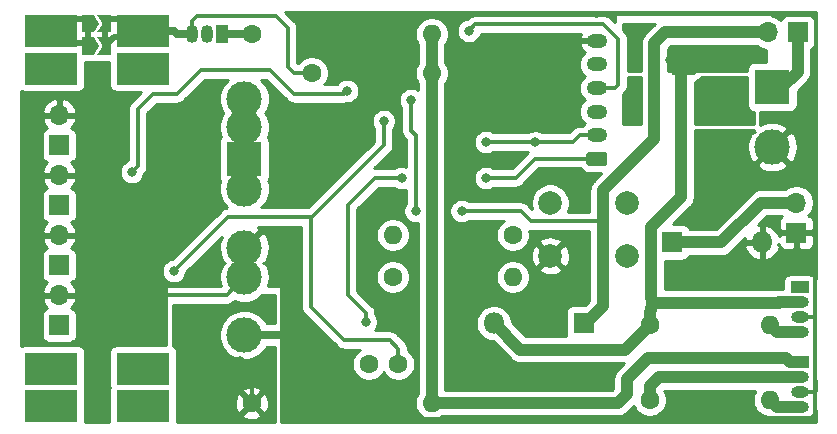
<source format=gbr>
G04 #@! TF.GenerationSoftware,KiCad,Pcbnew,5.1.5+dfsg1-2build2*
G04 #@! TF.CreationDate,2022-06-14T14:03:14+02:00*
G04 #@! TF.ProjectId,model1,6d6f6465-6c31-42e6-9b69-6361645f7063,rev?*
G04 #@! TF.SameCoordinates,Original*
G04 #@! TF.FileFunction,Copper,L2,Bot*
G04 #@! TF.FilePolarity,Positive*
%FSLAX46Y46*%
G04 Gerber Fmt 4.6, Leading zero omitted, Abs format (unit mm)*
G04 Created by KiCad (PCBNEW 5.1.5+dfsg1-2build2) date 2022-06-14 14:03:14*
%MOMM*%
%LPD*%
G04 APERTURE LIST*
%ADD10O,1.600000X1.600000*%
%ADD11C,1.600000*%
%ADD12C,3.000000*%
%ADD13C,0.100000*%
%ADD14O,1.700000X1.700000*%
%ADD15R,1.700000X1.700000*%
%ADD16R,3.000000X3.000000*%
%ADD17R,1.800000X1.800000*%
%ADD18O,1.800000X1.800000*%
%ADD19R,4.500000X2.700000*%
%ADD20O,1.750000X1.200000*%
%ADD21O,1.050000X1.500000*%
%ADD22R,1.050000X1.500000*%
%ADD23C,2.000000*%
%ADD24O,1.500000X1.000000*%
%ADD25R,1.500000X1.000000*%
%ADD26C,0.800000*%
%ADD27C,0.250000*%
%ADD28C,0.350000*%
%ADD29C,0.410000*%
%ADD30C,0.700000*%
%ADD31C,0.500000*%
%ADD32C,1.000000*%
%ADD33C,0.254000*%
G04 APERTURE END LIST*
D10*
X77724000Y-69088000D03*
D11*
X67564000Y-69088000D03*
D12*
X55000000Y-56388000D03*
X55000000Y-54000000D03*
X55000000Y-74000000D03*
D10*
X70866000Y-51816000D03*
D11*
X60706000Y-51816000D03*
D10*
X70866000Y-79756000D03*
D11*
X55626000Y-79756000D03*
D10*
X70866000Y-48514000D03*
D11*
X55626000Y-48514000D03*
G04 #@! TA.AperFunction,SMDPad,CuDef*
D13*
G36*
X43680000Y-48375000D02*
G01*
X42530000Y-48375000D01*
X43030000Y-47625000D01*
X42530000Y-46875000D01*
X43680000Y-46875000D01*
X43680000Y-48375000D01*
G37*
G04 #@! TD.AperFunction*
G04 #@! TA.AperFunction,SMDPad,CuDef*
G36*
X42730000Y-47625000D02*
G01*
X42230000Y-48375000D01*
X41230000Y-48375000D01*
X41230000Y-46875000D01*
X42230000Y-46875000D01*
X42730000Y-47625000D01*
G37*
G04 #@! TD.AperFunction*
D14*
X39330000Y-70620000D03*
D15*
X39330000Y-73160000D03*
D14*
X39330000Y-65540000D03*
D15*
X39330000Y-68080000D03*
D14*
X39330000Y-60460000D03*
D15*
X39330000Y-63000000D03*
D14*
X39330000Y-55380000D03*
D15*
X39330000Y-57920000D03*
D12*
X54995000Y-69120000D03*
D16*
X54995000Y-59120000D03*
D12*
X54995000Y-61620000D03*
X54995000Y-66620000D03*
D16*
X99706000Y-53006000D03*
D12*
X99706000Y-58086000D03*
D17*
X83750000Y-73000000D03*
D18*
X76130000Y-73000000D03*
D15*
X101738000Y-65325000D03*
D14*
X101738000Y-62785000D03*
D18*
X98836000Y-66151000D03*
D17*
X91216000Y-66151000D03*
D19*
X46445000Y-48260000D03*
X38645000Y-48260000D03*
X38645000Y-51435000D03*
X46445000Y-51435000D03*
X38645000Y-76835000D03*
X46445000Y-76835000D03*
X46445000Y-80010000D03*
X38645000Y-80010000D03*
G04 #@! TA.AperFunction,ComponentPad*
D13*
G36*
X85491505Y-58476204D02*
G01*
X85515773Y-58479804D01*
X85539572Y-58485765D01*
X85562671Y-58494030D01*
X85584850Y-58504520D01*
X85605893Y-58517132D01*
X85625599Y-58531747D01*
X85643777Y-58548223D01*
X85660253Y-58566401D01*
X85674868Y-58586107D01*
X85687480Y-58607150D01*
X85697970Y-58629329D01*
X85706235Y-58652428D01*
X85712196Y-58676227D01*
X85715796Y-58700495D01*
X85717000Y-58724999D01*
X85717000Y-59425001D01*
X85715796Y-59449505D01*
X85712196Y-59473773D01*
X85706235Y-59497572D01*
X85697970Y-59520671D01*
X85687480Y-59542850D01*
X85674868Y-59563893D01*
X85660253Y-59583599D01*
X85643777Y-59601777D01*
X85625599Y-59618253D01*
X85605893Y-59632868D01*
X85584850Y-59645480D01*
X85562671Y-59655970D01*
X85539572Y-59664235D01*
X85515773Y-59670196D01*
X85491505Y-59673796D01*
X85467001Y-59675000D01*
X84216999Y-59675000D01*
X84192495Y-59673796D01*
X84168227Y-59670196D01*
X84144428Y-59664235D01*
X84121329Y-59655970D01*
X84099150Y-59645480D01*
X84078107Y-59632868D01*
X84058401Y-59618253D01*
X84040223Y-59601777D01*
X84023747Y-59583599D01*
X84009132Y-59563893D01*
X83996520Y-59542850D01*
X83986030Y-59520671D01*
X83977765Y-59497572D01*
X83971804Y-59473773D01*
X83968204Y-59449505D01*
X83967000Y-59425001D01*
X83967000Y-58724999D01*
X83968204Y-58700495D01*
X83971804Y-58676227D01*
X83977765Y-58652428D01*
X83986030Y-58629329D01*
X83996520Y-58607150D01*
X84009132Y-58586107D01*
X84023747Y-58566401D01*
X84040223Y-58548223D01*
X84058401Y-58531747D01*
X84078107Y-58517132D01*
X84099150Y-58504520D01*
X84121329Y-58494030D01*
X84144428Y-58485765D01*
X84168227Y-58479804D01*
X84192495Y-58476204D01*
X84216999Y-58475000D01*
X85467001Y-58475000D01*
X85491505Y-58476204D01*
G37*
G04 #@! TD.AperFunction*
D20*
X84842000Y-57075000D03*
X84842000Y-55075000D03*
X84842000Y-53075000D03*
X84842000Y-51075000D03*
X84842000Y-49075000D03*
G04 #@! TA.AperFunction,SMDPad,CuDef*
D13*
G36*
X42730000Y-49530000D02*
G01*
X42230000Y-50280000D01*
X41230000Y-50280000D01*
X41230000Y-48780000D01*
X42230000Y-48780000D01*
X42730000Y-49530000D01*
G37*
G04 #@! TD.AperFunction*
G04 #@! TA.AperFunction,SMDPad,CuDef*
G36*
X43680000Y-50280000D02*
G01*
X42530000Y-50280000D01*
X43030000Y-49530000D01*
X42530000Y-48780000D01*
X43680000Y-48780000D01*
X43680000Y-50280000D01*
G37*
G04 #@! TD.AperFunction*
D10*
X99471000Y-79486000D03*
D11*
X89311000Y-79486000D03*
X89311000Y-73136000D03*
D10*
X99471000Y-73136000D03*
D11*
X77724000Y-65532000D03*
D10*
X67564000Y-65532000D03*
D21*
X51816000Y-48514000D03*
X50546000Y-48514000D03*
D22*
X53086000Y-48514000D03*
D23*
X87408000Y-62794000D03*
X87408000Y-67294000D03*
X80908000Y-62794000D03*
X80908000Y-67294000D03*
D24*
X102011000Y-80121000D03*
X102011000Y-78851000D03*
X102011000Y-77581000D03*
D25*
X102011000Y-76311000D03*
X102011000Y-69961000D03*
D24*
X102011000Y-71231000D03*
X102011000Y-72501000D03*
X102011000Y-73771000D03*
D11*
X65532000Y-76454000D03*
X68032000Y-76454000D03*
D15*
X101866000Y-48371000D03*
D14*
X99326000Y-48371000D03*
D26*
X76740000Y-56118000D03*
X76740000Y-53832000D03*
X78500000Y-51500000D03*
X64000000Y-56000000D03*
X61600000Y-56000000D03*
X45466000Y-60198000D03*
X74000000Y-48250000D03*
X63700000Y-53327000D03*
X69088000Y-54102000D03*
X94742000Y-52832000D03*
X69500000Y-63500000D03*
X73400000Y-63500000D03*
X75438000Y-57658000D03*
X79621000Y-57679000D03*
X91978000Y-51800000D03*
X91000000Y-50700000D03*
X88300000Y-50700000D03*
X95700000Y-50500000D03*
X75438000Y-60706000D03*
X68326000Y-60706000D03*
X65278000Y-72898000D03*
X51308000Y-79057500D03*
X54610000Y-76200000D03*
X56388000Y-71882000D03*
X51250000Y-73900000D03*
X88138000Y-52832000D03*
X49022000Y-68580000D03*
X66802000Y-55880000D03*
D27*
X37465000Y-60325000D02*
X37465000Y-55880000D01*
X37465000Y-65405000D02*
X37465000Y-60325000D01*
X37465000Y-69957081D02*
X37465000Y-65405000D01*
D28*
X37992919Y-65405000D02*
X37465000Y-65405000D01*
X38127919Y-65540000D02*
X37992919Y-65405000D01*
X39330000Y-65540000D02*
X38127919Y-65540000D01*
X37992919Y-60325000D02*
X37465000Y-60325000D01*
X38127919Y-60460000D02*
X37992919Y-60325000D01*
X39330000Y-60460000D02*
X38127919Y-60460000D01*
X38127919Y-55380000D02*
X37965000Y-55380000D01*
X39330000Y-55380000D02*
X38127919Y-55380000D01*
X37465000Y-55880000D02*
X37965000Y-55380000D01*
X37465000Y-69957081D02*
X38127919Y-70620000D01*
X37465000Y-55880000D02*
X37465000Y-69957081D01*
X38127919Y-70620000D02*
X39330000Y-70620000D01*
X53495001Y-70619999D02*
X54995000Y-69120000D01*
X39330000Y-70620000D02*
X53495001Y-70619999D01*
X76740000Y-56118000D02*
X76740000Y-53832000D01*
X83617000Y-49075000D02*
X84842000Y-49075000D01*
X82836000Y-49856000D02*
X83617000Y-49075000D01*
X82836000Y-50784000D02*
X82836000Y-49856000D01*
X78772000Y-51800000D02*
X81820000Y-51800000D01*
X81820000Y-51800000D02*
X82836000Y-50784000D01*
X76740000Y-53832000D02*
X78772000Y-51800000D01*
D29*
X102800000Y-46700000D02*
X101107998Y-46700000D01*
X101107998Y-46700000D02*
X85300000Y-46700000D01*
X85000000Y-46700000D02*
X84800000Y-46900000D01*
X85300000Y-46700000D02*
X85000000Y-46700000D01*
D28*
X103111000Y-78851000D02*
X103300000Y-78662000D01*
X102011000Y-78851000D02*
X103111000Y-78851000D01*
X103300000Y-67800000D02*
X102700000Y-67200000D01*
X102700000Y-67200000D02*
X101900000Y-67200000D01*
X101738000Y-67038000D02*
X101738000Y-65325000D01*
X101900000Y-67200000D02*
X101738000Y-67038000D01*
X103299000Y-72501000D02*
X103300000Y-72500000D01*
X102011000Y-72501000D02*
X103299000Y-72501000D01*
X103300000Y-72500000D02*
X103300000Y-67800000D01*
X103300000Y-78662000D02*
X103300000Y-72500000D01*
D27*
X103350000Y-46950000D02*
X103100000Y-46700000D01*
X103350000Y-54450000D02*
X103350000Y-46950000D01*
X101213999Y-56586001D02*
X103350000Y-54450000D01*
X103100000Y-46700000D02*
X102800000Y-46700000D01*
X101205999Y-56586001D02*
X101213999Y-56586001D01*
X99706000Y-58086000D02*
X101205999Y-56586001D01*
D28*
X103000000Y-81000000D02*
X103300000Y-80700000D01*
X103300000Y-80700000D02*
X103300000Y-78662000D01*
X99000000Y-81000000D02*
X103000000Y-81000000D01*
X98900000Y-81100000D02*
X99000000Y-81000000D01*
X61531001Y-81100000D02*
X98900000Y-81100000D01*
X61531001Y-76531001D02*
X61531001Y-81100000D01*
X59000000Y-74000000D02*
X61531001Y-76531001D01*
D30*
X55000000Y-74000000D02*
X59000000Y-74000000D01*
D28*
X45974000Y-59690000D02*
X45466000Y-60198000D01*
X47244000Y-53594000D02*
X45974000Y-54864000D01*
X45974000Y-54864000D02*
X45974000Y-59690000D01*
X49276000Y-53594000D02*
X47244000Y-53594000D01*
X51308000Y-51562000D02*
X49276000Y-53594000D01*
X57150000Y-51562000D02*
X51308000Y-51562000D01*
X59182000Y-53594000D02*
X57150000Y-51562000D01*
X63433000Y-53594000D02*
X59182000Y-53594000D01*
X63700000Y-53327000D02*
X63433000Y-53594000D01*
X74550000Y-47700000D02*
X74000000Y-48250000D01*
X85400000Y-47700000D02*
X74550000Y-47700000D01*
X86646000Y-48946000D02*
X85400000Y-47700000D01*
X86646000Y-52816000D02*
X86646000Y-48946000D01*
X86387000Y-53075000D02*
X86646000Y-52816000D01*
X84842000Y-53075000D02*
X86387000Y-53075000D01*
D31*
X47545000Y-48260000D02*
X45085000Y-48260000D01*
X43180000Y-47244000D02*
X43180000Y-49530000D01*
D30*
X47545000Y-48260000D02*
X45212000Y-48260000D01*
D31*
X46529000Y-47244000D02*
X47545000Y-48260000D01*
X43180000Y-47244000D02*
X46529000Y-47244000D01*
X43180000Y-49530000D02*
X43942000Y-48768000D01*
X47037000Y-48768000D02*
X47545000Y-48260000D01*
X43942000Y-48768000D02*
X47037000Y-48768000D01*
D30*
X50546000Y-48514000D02*
X49321000Y-48514000D01*
X49067000Y-48260000D02*
X49321000Y-48514000D01*
X47545000Y-48260000D02*
X49067000Y-48260000D01*
D28*
X59182000Y-51816000D02*
X60706000Y-51816000D01*
X58674000Y-51308000D02*
X59182000Y-51816000D01*
X58674000Y-48006000D02*
X58674000Y-51308000D01*
X57658000Y-46990000D02*
X58674000Y-48006000D01*
X50970000Y-46990000D02*
X57658000Y-46990000D01*
X50546000Y-47414000D02*
X50970000Y-46990000D01*
X50546000Y-48514000D02*
X50546000Y-47414000D01*
D30*
X102011000Y-77581000D02*
X89946000Y-77581000D01*
D32*
X89311000Y-78345000D02*
X89946000Y-77710000D01*
X89311000Y-79486000D02*
X89311000Y-78345000D01*
X90075000Y-77581000D02*
X102011000Y-77581000D01*
X89946000Y-77710000D02*
X90075000Y-77581000D01*
D28*
X69088000Y-54102000D02*
X69088000Y-56688000D01*
X69088000Y-56688000D02*
X69500000Y-57100000D01*
X69500000Y-57100000D02*
X69500000Y-63500000D01*
X73400000Y-63500000D02*
X78400000Y-63500000D01*
X79256999Y-64356999D02*
X78400000Y-63500000D01*
X85344000Y-64844000D02*
X84856999Y-64356999D01*
D32*
X83900000Y-73000000D02*
X83750000Y-73000000D01*
X85344000Y-71556000D02*
X83900000Y-73000000D01*
X85344000Y-64844000D02*
X85344000Y-71556000D01*
X85344000Y-61756000D02*
X85344000Y-64844000D01*
X89694000Y-57406000D02*
X85344000Y-61756000D01*
X89694000Y-49306000D02*
X89694000Y-57406000D01*
X90629000Y-48371000D02*
X89694000Y-49306000D01*
X99326000Y-48371000D02*
X90629000Y-48371000D01*
D28*
X84856999Y-64356999D02*
X79256999Y-64356999D01*
X75438000Y-57658000D02*
X82804000Y-57658000D01*
X83387000Y-57075000D02*
X84842000Y-57075000D01*
X82804000Y-57658000D02*
X83387000Y-57075000D01*
D32*
X99471000Y-79486000D02*
X100106000Y-80121000D01*
X100106000Y-80121000D02*
X102011000Y-80121000D01*
D30*
X100535919Y-62785000D02*
X100360000Y-62960919D01*
X100535919Y-62785000D02*
X100535919Y-62800081D01*
D32*
X101738000Y-62785000D02*
X100535919Y-62785000D01*
X100535919Y-62785000D02*
X98759000Y-62785000D01*
X95393000Y-66151000D02*
X91216000Y-66151000D01*
X98759000Y-62785000D02*
X95393000Y-66151000D01*
D28*
X89440000Y-65008000D02*
X89440000Y-70725000D01*
D32*
X89440000Y-64866998D02*
X89440000Y-65008000D01*
X89440000Y-64866998D02*
X89440000Y-70725000D01*
X100261000Y-71231000D02*
X100242000Y-71250000D01*
X102011000Y-71231000D02*
X100261000Y-71231000D01*
D30*
X90000000Y-71250000D02*
X89946000Y-71231000D01*
D32*
X76130000Y-73000000D02*
X78380000Y-75250000D01*
X87197000Y-75250000D02*
X89311000Y-73136000D01*
X78380000Y-75250000D02*
X87197000Y-75250000D01*
X89311000Y-72004630D02*
X89440000Y-71875630D01*
X89311000Y-73136000D02*
X89311000Y-72004630D01*
X92000000Y-71250000D02*
X89500000Y-71250000D01*
X89500000Y-71250000D02*
X89440000Y-70725000D01*
X89440000Y-71875630D02*
X89500000Y-71250000D01*
X100242000Y-71250000D02*
X92000000Y-71250000D01*
X92000000Y-71250000D02*
X90000000Y-71250000D01*
D27*
X92377999Y-51400001D02*
X92377999Y-51177999D01*
X92377999Y-51400001D02*
X91978000Y-51800000D01*
X88300000Y-50700000D02*
X88300000Y-50134315D01*
X88300000Y-50134315D02*
X88300000Y-49500000D01*
X91565685Y-50700000D02*
X91765685Y-50500000D01*
X91000000Y-50700000D02*
X91565685Y-50700000D01*
X95400000Y-50500000D02*
X95700000Y-50500000D01*
X91978000Y-51800000D02*
X91300000Y-51800000D01*
X91000000Y-51500000D02*
X91000000Y-50700000D01*
X91300000Y-51800000D02*
X91000000Y-51500000D01*
X91978000Y-51800000D02*
X93000000Y-51800000D01*
X93300000Y-51500000D02*
X93300000Y-50500000D01*
X93000000Y-51800000D02*
X93300000Y-51500000D01*
X93300000Y-50500000D02*
X95400000Y-50500000D01*
X91765685Y-50500000D02*
X93300000Y-50500000D01*
D32*
X89806998Y-64500000D02*
X89440000Y-64866998D01*
X89806998Y-64493002D02*
X89806998Y-64500000D01*
X91978000Y-62322000D02*
X89806998Y-64493002D01*
X91978000Y-51800000D02*
X91978000Y-62322000D01*
X100106000Y-73771000D02*
X99471000Y-73136000D01*
X102011000Y-73771000D02*
X100106000Y-73771000D01*
D31*
X41730000Y-47244000D02*
X41730000Y-49530000D01*
X38561000Y-47244000D02*
X37545000Y-48260000D01*
X41730000Y-47244000D02*
X38561000Y-47244000D01*
X37545000Y-48260000D02*
X39624000Y-48260000D01*
X39624000Y-48260000D02*
X40640000Y-49276000D01*
X40640000Y-49276000D02*
X41148000Y-49276000D01*
D28*
X84842000Y-59075000D02*
X79609000Y-59075000D01*
X79609000Y-59075000D02*
X77978000Y-60706000D01*
X77978000Y-60706000D02*
X75438000Y-60706000D01*
X68326000Y-60706000D02*
X66040000Y-60706000D01*
X66040000Y-60706000D02*
X63754000Y-62992000D01*
X63754000Y-62992000D02*
X63754000Y-69596000D01*
X63754000Y-69596000D02*
X63754000Y-70612000D01*
X63754000Y-70612000D02*
X65278000Y-72136000D01*
X65278000Y-72136000D02*
X65278000Y-72898000D01*
D30*
X55626000Y-48514000D02*
X53086000Y-48514000D01*
D28*
X55626000Y-79756000D02*
X55626000Y-77124000D01*
D27*
X51250000Y-78999500D02*
X51308000Y-79057500D01*
X51250000Y-73900000D02*
X51250000Y-78999500D01*
D28*
X55534000Y-77124000D02*
X54610000Y-76200000D01*
X55626000Y-77124000D02*
X55534000Y-77124000D01*
D27*
X51250000Y-72956000D02*
X51250000Y-73900000D01*
X52324000Y-71882000D02*
X51250000Y-72956000D01*
X56388000Y-71882000D02*
X52324000Y-71882000D01*
D32*
X70866000Y-52070000D02*
X70866000Y-79756000D01*
X70866000Y-48514000D02*
X70866000Y-52070000D01*
X101235000Y-76311000D02*
X102011000Y-76311000D01*
X89154000Y-75946000D02*
X100870000Y-75946000D01*
X87376000Y-77724000D02*
X89154000Y-75946000D01*
X87376000Y-78994000D02*
X87376000Y-77724000D01*
X100870000Y-75946000D02*
X101235000Y-76311000D01*
X86614000Y-79756000D02*
X87376000Y-78994000D01*
X70866000Y-79756000D02*
X86614000Y-79756000D01*
D28*
X53594000Y-64008000D02*
X49022000Y-68580000D01*
X58674000Y-64008000D02*
X53594000Y-64008000D01*
X63422000Y-74422000D02*
X60628000Y-71628000D01*
X68032000Y-75144000D02*
X67310000Y-74422000D01*
X67310000Y-74422000D02*
X63422000Y-74422000D01*
X68032000Y-76454000D02*
X68032000Y-75144000D01*
X60628000Y-71628000D02*
X60628000Y-64128000D01*
X60500000Y-64000000D02*
X58750000Y-64000000D01*
X58750000Y-64000000D02*
X58674000Y-64008000D01*
X60500000Y-64000000D02*
X60628000Y-64128000D01*
X60500000Y-64000000D02*
X60750000Y-64000000D01*
X66802000Y-57948000D02*
X66802000Y-55880000D01*
X60750000Y-64000000D02*
X66802000Y-57948000D01*
D32*
X100551000Y-53006000D02*
X99706000Y-53006000D01*
X101866000Y-51691000D02*
X100551000Y-53006000D01*
X101866000Y-48371000D02*
X101866000Y-51691000D01*
D33*
G36*
X57623000Y-73015000D02*
G01*
X56902907Y-73015000D01*
X56892012Y-72988698D01*
X56658363Y-72639017D01*
X56360983Y-72341637D01*
X56011302Y-72107988D01*
X55622756Y-71947047D01*
X55210279Y-71865000D01*
X54789721Y-71865000D01*
X54377244Y-71947047D01*
X53988698Y-72107988D01*
X53639017Y-72341637D01*
X53341637Y-72639017D01*
X53107988Y-72988698D01*
X52947047Y-73377244D01*
X52865000Y-73789721D01*
X52865000Y-74210279D01*
X52947047Y-74622756D01*
X53107988Y-75011302D01*
X53341637Y-75360983D01*
X53639017Y-75658363D01*
X53988698Y-75892012D01*
X54377244Y-76052953D01*
X54789721Y-76135000D01*
X55210279Y-76135000D01*
X55622756Y-76052953D01*
X56011302Y-75892012D01*
X56360983Y-75658363D01*
X56658363Y-75360983D01*
X56892012Y-75011302D01*
X56902907Y-74985000D01*
X57623000Y-74985000D01*
X57623000Y-81373000D01*
X49331792Y-81373000D01*
X49333072Y-81360000D01*
X49333072Y-80748702D01*
X54812903Y-80748702D01*
X54884486Y-80992671D01*
X55139996Y-81113571D01*
X55414184Y-81182300D01*
X55696512Y-81196217D01*
X55976130Y-81154787D01*
X56242292Y-81059603D01*
X56367514Y-80992671D01*
X56439097Y-80748702D01*
X55626000Y-79935605D01*
X54812903Y-80748702D01*
X49333072Y-80748702D01*
X49333072Y-79826512D01*
X54185783Y-79826512D01*
X54227213Y-80106130D01*
X54322397Y-80372292D01*
X54389329Y-80497514D01*
X54633298Y-80569097D01*
X55446395Y-79756000D01*
X55805605Y-79756000D01*
X56618702Y-80569097D01*
X56862671Y-80497514D01*
X56983571Y-80242004D01*
X57052300Y-79967816D01*
X57066217Y-79685488D01*
X57024787Y-79405870D01*
X56929603Y-79139708D01*
X56862671Y-79014486D01*
X56618702Y-78942903D01*
X55805605Y-79756000D01*
X55446395Y-79756000D01*
X54633298Y-78942903D01*
X54389329Y-79014486D01*
X54268429Y-79269996D01*
X54199700Y-79544184D01*
X54185783Y-79826512D01*
X49333072Y-79826512D01*
X49333072Y-78763298D01*
X54812903Y-78763298D01*
X55626000Y-79576395D01*
X56439097Y-78763298D01*
X56367514Y-78519329D01*
X56112004Y-78398429D01*
X55837816Y-78329700D01*
X55555488Y-78315783D01*
X55275870Y-78357213D01*
X55009708Y-78452397D01*
X54884486Y-78519329D01*
X54812903Y-78763298D01*
X49333072Y-78763298D01*
X49333072Y-78660000D01*
X49320812Y-78535518D01*
X49286528Y-78422500D01*
X49320812Y-78309482D01*
X49333072Y-78185000D01*
X49333072Y-75485000D01*
X49320812Y-75360518D01*
X49284502Y-75240820D01*
X49225537Y-75130506D01*
X49146185Y-75033815D01*
X49049494Y-74954463D01*
X48939180Y-74895498D01*
X48927000Y-74891803D01*
X48927000Y-71429999D01*
X53455203Y-71429998D01*
X53495001Y-71433918D01*
X53639411Y-71419694D01*
X53653789Y-71418278D01*
X53806474Y-71371961D01*
X53947190Y-71296748D01*
X54039621Y-71220891D01*
X54070529Y-71195526D01*
X54095896Y-71164616D01*
X54170941Y-71089571D01*
X54372244Y-71172953D01*
X54784721Y-71255000D01*
X55205279Y-71255000D01*
X55617756Y-71172953D01*
X56006302Y-71012012D01*
X56355983Y-70778363D01*
X56507346Y-70627000D01*
X57623000Y-70627000D01*
X57623000Y-73015000D01*
G37*
X57623000Y-73015000D02*
X56902907Y-73015000D01*
X56892012Y-72988698D01*
X56658363Y-72639017D01*
X56360983Y-72341637D01*
X56011302Y-72107988D01*
X55622756Y-71947047D01*
X55210279Y-71865000D01*
X54789721Y-71865000D01*
X54377244Y-71947047D01*
X53988698Y-72107988D01*
X53639017Y-72341637D01*
X53341637Y-72639017D01*
X53107988Y-72988698D01*
X52947047Y-73377244D01*
X52865000Y-73789721D01*
X52865000Y-74210279D01*
X52947047Y-74622756D01*
X53107988Y-75011302D01*
X53341637Y-75360983D01*
X53639017Y-75658363D01*
X53988698Y-75892012D01*
X54377244Y-76052953D01*
X54789721Y-76135000D01*
X55210279Y-76135000D01*
X55622756Y-76052953D01*
X56011302Y-75892012D01*
X56360983Y-75658363D01*
X56658363Y-75360983D01*
X56892012Y-75011302D01*
X56902907Y-74985000D01*
X57623000Y-74985000D01*
X57623000Y-81373000D01*
X49331792Y-81373000D01*
X49333072Y-81360000D01*
X49333072Y-80748702D01*
X54812903Y-80748702D01*
X54884486Y-80992671D01*
X55139996Y-81113571D01*
X55414184Y-81182300D01*
X55696512Y-81196217D01*
X55976130Y-81154787D01*
X56242292Y-81059603D01*
X56367514Y-80992671D01*
X56439097Y-80748702D01*
X55626000Y-79935605D01*
X54812903Y-80748702D01*
X49333072Y-80748702D01*
X49333072Y-79826512D01*
X54185783Y-79826512D01*
X54227213Y-80106130D01*
X54322397Y-80372292D01*
X54389329Y-80497514D01*
X54633298Y-80569097D01*
X55446395Y-79756000D01*
X55805605Y-79756000D01*
X56618702Y-80569097D01*
X56862671Y-80497514D01*
X56983571Y-80242004D01*
X57052300Y-79967816D01*
X57066217Y-79685488D01*
X57024787Y-79405870D01*
X56929603Y-79139708D01*
X56862671Y-79014486D01*
X56618702Y-78942903D01*
X55805605Y-79756000D01*
X55446395Y-79756000D01*
X54633298Y-78942903D01*
X54389329Y-79014486D01*
X54268429Y-79269996D01*
X54199700Y-79544184D01*
X54185783Y-79826512D01*
X49333072Y-79826512D01*
X49333072Y-78763298D01*
X54812903Y-78763298D01*
X55626000Y-79576395D01*
X56439097Y-78763298D01*
X56367514Y-78519329D01*
X56112004Y-78398429D01*
X55837816Y-78329700D01*
X55555488Y-78315783D01*
X55275870Y-78357213D01*
X55009708Y-78452397D01*
X54884486Y-78519329D01*
X54812903Y-78763298D01*
X49333072Y-78763298D01*
X49333072Y-78660000D01*
X49320812Y-78535518D01*
X49286528Y-78422500D01*
X49320812Y-78309482D01*
X49333072Y-78185000D01*
X49333072Y-75485000D01*
X49320812Y-75360518D01*
X49284502Y-75240820D01*
X49225537Y-75130506D01*
X49146185Y-75033815D01*
X49049494Y-74954463D01*
X48939180Y-74895498D01*
X48927000Y-74891803D01*
X48927000Y-71429999D01*
X53455203Y-71429998D01*
X53495001Y-71433918D01*
X53639411Y-71419694D01*
X53653789Y-71418278D01*
X53806474Y-71371961D01*
X53947190Y-71296748D01*
X54039621Y-71220891D01*
X54070529Y-71195526D01*
X54095896Y-71164616D01*
X54170941Y-71089571D01*
X54372244Y-71172953D01*
X54784721Y-71255000D01*
X55205279Y-71255000D01*
X55617756Y-71172953D01*
X56006302Y-71012012D01*
X56355983Y-70778363D01*
X56507346Y-70627000D01*
X57623000Y-70627000D01*
X57623000Y-73015000D01*
G36*
X88930864Y-48464005D02*
G01*
X88887551Y-48499551D01*
X88745716Y-48672377D01*
X88640325Y-48869553D01*
X88640324Y-48869554D01*
X88575423Y-49083502D01*
X88553509Y-49306000D01*
X88559000Y-49361752D01*
X88559000Y-51673000D01*
X87456000Y-51673000D01*
X87456000Y-48985787D01*
X87459919Y-48945999D01*
X87456000Y-48906209D01*
X87444280Y-48787212D01*
X87397963Y-48634527D01*
X87335283Y-48517260D01*
X87322749Y-48493810D01*
X87277119Y-48438210D01*
X87221528Y-48370472D01*
X87190618Y-48345105D01*
X87027000Y-48181487D01*
X87027000Y-47627000D01*
X89767868Y-47627000D01*
X88930864Y-48464005D01*
G37*
X88930864Y-48464005D02*
X88887551Y-48499551D01*
X88745716Y-48672377D01*
X88640325Y-48869553D01*
X88640324Y-48869554D01*
X88575423Y-49083502D01*
X88553509Y-49306000D01*
X88559000Y-49361752D01*
X88559000Y-51673000D01*
X87456000Y-51673000D01*
X87456000Y-48985787D01*
X87459919Y-48945999D01*
X87456000Y-48906209D01*
X87444280Y-48787212D01*
X87397963Y-48634527D01*
X87335283Y-48517260D01*
X87322749Y-48493810D01*
X87277119Y-48438210D01*
X87221528Y-48370472D01*
X87190618Y-48345105D01*
X87027000Y-48181487D01*
X87027000Y-47627000D01*
X89767868Y-47627000D01*
X88930864Y-48464005D01*
G36*
X98379368Y-49524475D02*
G01*
X98622589Y-49686990D01*
X98892842Y-49798932D01*
X99173000Y-49854659D01*
X99173000Y-50867928D01*
X98206000Y-50867928D01*
X98081518Y-50880188D01*
X97961820Y-50916498D01*
X97851506Y-50975463D01*
X97754815Y-51054815D01*
X97675463Y-51151506D01*
X97616498Y-51261820D01*
X97580188Y-51381518D01*
X97567928Y-51506000D01*
X97567928Y-51673000D01*
X90829000Y-51673000D01*
X90829000Y-49776132D01*
X91099132Y-49506000D01*
X98360893Y-49506000D01*
X98379368Y-49524475D01*
G37*
X98379368Y-49524475D02*
X98622589Y-49686990D01*
X98892842Y-49798932D01*
X99173000Y-49854659D01*
X99173000Y-50867928D01*
X98206000Y-50867928D01*
X98081518Y-50880188D01*
X97961820Y-50916498D01*
X97851506Y-50975463D01*
X97754815Y-51054815D01*
X97675463Y-51151506D01*
X97616498Y-51261820D01*
X97580188Y-51381518D01*
X97567928Y-51506000D01*
X97567928Y-51673000D01*
X90829000Y-51673000D01*
X90829000Y-49776132D01*
X91099132Y-49506000D01*
X98360893Y-49506000D01*
X98379368Y-49524475D01*
G36*
X88559001Y-56123000D02*
G01*
X87027000Y-56123000D01*
X87027000Y-53580512D01*
X87190614Y-53416898D01*
X87221528Y-53391528D01*
X87322749Y-53268189D01*
X87397963Y-53127473D01*
X87444280Y-52974788D01*
X87456000Y-52855791D01*
X87456000Y-52855789D01*
X87459919Y-52816001D01*
X87456000Y-52776213D01*
X87456000Y-52127000D01*
X88559000Y-52127000D01*
X88559001Y-56123000D01*
G37*
X88559001Y-56123000D02*
X87027000Y-56123000D01*
X87027000Y-53580512D01*
X87190614Y-53416898D01*
X87221528Y-53391528D01*
X87322749Y-53268189D01*
X87397963Y-53127473D01*
X87444280Y-52974788D01*
X87456000Y-52855791D01*
X87456000Y-52855789D01*
X87459919Y-52816001D01*
X87456000Y-52776213D01*
X87456000Y-52127000D01*
X88559000Y-52127000D01*
X88559001Y-56123000D01*
G36*
X97567928Y-54506000D02*
G01*
X97580188Y-54630482D01*
X97616498Y-54750180D01*
X97675463Y-54860494D01*
X97754815Y-54957185D01*
X97851506Y-55036537D01*
X97961820Y-55095502D01*
X98081518Y-55131812D01*
X98173000Y-55140822D01*
X98173000Y-56123000D01*
X93113000Y-56123000D01*
X93113000Y-52552547D01*
X93148986Y-52549003D01*
X93292247Y-52505546D01*
X93424276Y-52434974D01*
X93540001Y-52340001D01*
X93563804Y-52310997D01*
X93747801Y-52127000D01*
X97567928Y-52127000D01*
X97567928Y-54506000D01*
G37*
X97567928Y-54506000D02*
X97580188Y-54630482D01*
X97616498Y-54750180D01*
X97675463Y-54860494D01*
X97754815Y-54957185D01*
X97851506Y-55036537D01*
X97961820Y-55095502D01*
X98081518Y-55131812D01*
X98173000Y-55140822D01*
X98173000Y-56123000D01*
X93113000Y-56123000D01*
X93113000Y-52552547D01*
X93148986Y-52549003D01*
X93292247Y-52505546D01*
X93424276Y-52434974D01*
X93540001Y-52340001D01*
X93563804Y-52310997D01*
X93747801Y-52127000D01*
X97567928Y-52127000D01*
X97567928Y-54506000D01*
G36*
X67835744Y-61623205D02*
G01*
X68024102Y-61701226D01*
X68224061Y-61741000D01*
X68427939Y-61741000D01*
X68627898Y-61701226D01*
X68690001Y-61675502D01*
X68690001Y-62849299D01*
X68582795Y-63009744D01*
X68504774Y-63198102D01*
X68465000Y-63398061D01*
X68465000Y-63601939D01*
X68504774Y-63801898D01*
X68582795Y-63990256D01*
X68696063Y-64159774D01*
X68840226Y-64303937D01*
X69009744Y-64417205D01*
X69198102Y-64495226D01*
X69398061Y-64535000D01*
X69601939Y-64535000D01*
X69731000Y-64509328D01*
X69731001Y-78871715D01*
X69594320Y-79076273D01*
X69486147Y-79337426D01*
X69431000Y-79614665D01*
X69431000Y-79897335D01*
X69486147Y-80174574D01*
X69594320Y-80435727D01*
X69751363Y-80670759D01*
X69951241Y-80870637D01*
X70186273Y-81027680D01*
X70447426Y-81135853D01*
X70724665Y-81191000D01*
X71007335Y-81191000D01*
X71284574Y-81135853D01*
X71545727Y-81027680D01*
X71750284Y-80891000D01*
X86558249Y-80891000D01*
X86614000Y-80896491D01*
X86669751Y-80891000D01*
X86669752Y-80891000D01*
X86836499Y-80874577D01*
X87050447Y-80809676D01*
X87247623Y-80704284D01*
X87420449Y-80562449D01*
X87455995Y-80519136D01*
X87971979Y-80003152D01*
X88039320Y-80165727D01*
X88196363Y-80400759D01*
X88396241Y-80600637D01*
X88631273Y-80757680D01*
X88892426Y-80865853D01*
X89169665Y-80921000D01*
X89452335Y-80921000D01*
X89729574Y-80865853D01*
X89990727Y-80757680D01*
X90225759Y-80600637D01*
X90425637Y-80400759D01*
X90582680Y-80165727D01*
X90690853Y-79904574D01*
X90746000Y-79627335D01*
X90746000Y-79344665D01*
X90690853Y-79067426D01*
X90582680Y-78806273D01*
X90531482Y-78729650D01*
X90545132Y-78716000D01*
X98259638Y-78716000D01*
X98199320Y-78806273D01*
X98091147Y-79067426D01*
X98036000Y-79344665D01*
X98036000Y-79627335D01*
X98091147Y-79904574D01*
X98199320Y-80165727D01*
X98356363Y-80400759D01*
X98556241Y-80600637D01*
X98791273Y-80757680D01*
X99052426Y-80865853D01*
X99287351Y-80912583D01*
X99299551Y-80927449D01*
X99342857Y-80962989D01*
X99472377Y-81069284D01*
X99669553Y-81174676D01*
X99883501Y-81239577D01*
X100106000Y-81261491D01*
X100161752Y-81256000D01*
X102316752Y-81256000D01*
X102483499Y-81239577D01*
X102697447Y-81174676D01*
X102894623Y-81069284D01*
X103067449Y-80927449D01*
X103209284Y-80754623D01*
X103314676Y-80557447D01*
X103373000Y-80365180D01*
X103373000Y-81373000D01*
X58127000Y-81373000D01*
X58127000Y-70000000D01*
X58124560Y-69975224D01*
X58117333Y-69951399D01*
X58105597Y-69929443D01*
X58089803Y-69910197D01*
X58070557Y-69894403D01*
X58048601Y-69882667D01*
X58024776Y-69875440D01*
X58000000Y-69873000D01*
X57000979Y-69873000D01*
X57107044Y-69496449D01*
X57139902Y-69077176D01*
X57090334Y-68659549D01*
X56960243Y-68259617D01*
X56802214Y-67963962D01*
X56612157Y-67870000D01*
X56802214Y-67776038D01*
X56993020Y-67401255D01*
X57107044Y-66996449D01*
X57139902Y-66577176D01*
X57090334Y-66159549D01*
X56960243Y-65759617D01*
X56802214Y-65463962D01*
X56486653Y-65307952D01*
X55174605Y-66620000D01*
X55188748Y-66634143D01*
X55009143Y-66813748D01*
X54995000Y-66799605D01*
X54980858Y-66813748D01*
X54801253Y-66634143D01*
X54815395Y-66620000D01*
X54801253Y-66605858D01*
X54980858Y-66426253D01*
X54995000Y-66440395D01*
X56307048Y-65128347D01*
X56153616Y-64818000D01*
X58596965Y-64818000D01*
X58599653Y-64818516D01*
X58676583Y-64818000D01*
X58713791Y-64818000D01*
X58716510Y-64817732D01*
X58719222Y-64817714D01*
X58755971Y-64813846D01*
X58795018Y-64810000D01*
X59818001Y-64810000D01*
X59818000Y-71588212D01*
X59814081Y-71628000D01*
X59818000Y-71667788D01*
X59818000Y-71667790D01*
X59829720Y-71786787D01*
X59876037Y-71939472D01*
X59904353Y-71992447D01*
X59951251Y-72080189D01*
X59967510Y-72100000D01*
X60052472Y-72203528D01*
X60083387Y-72228900D01*
X62821105Y-74966618D01*
X62846472Y-74997528D01*
X62939833Y-75074147D01*
X62969811Y-75098749D01*
X63110526Y-75173963D01*
X63138076Y-75182320D01*
X63263212Y-75220280D01*
X63382209Y-75232000D01*
X63382212Y-75232000D01*
X63422000Y-75235919D01*
X63461788Y-75232000D01*
X64777921Y-75232000D01*
X64617241Y-75339363D01*
X64417363Y-75539241D01*
X64260320Y-75774273D01*
X64152147Y-76035426D01*
X64097000Y-76312665D01*
X64097000Y-76595335D01*
X64152147Y-76872574D01*
X64260320Y-77133727D01*
X64417363Y-77368759D01*
X64617241Y-77568637D01*
X64852273Y-77725680D01*
X65113426Y-77833853D01*
X65390665Y-77889000D01*
X65673335Y-77889000D01*
X65950574Y-77833853D01*
X66211727Y-77725680D01*
X66446759Y-77568637D01*
X66646637Y-77368759D01*
X66782000Y-77166173D01*
X66917363Y-77368759D01*
X67117241Y-77568637D01*
X67352273Y-77725680D01*
X67613426Y-77833853D01*
X67890665Y-77889000D01*
X68173335Y-77889000D01*
X68450574Y-77833853D01*
X68711727Y-77725680D01*
X68946759Y-77568637D01*
X69146637Y-77368759D01*
X69303680Y-77133727D01*
X69411853Y-76872574D01*
X69467000Y-76595335D01*
X69467000Y-76312665D01*
X69411853Y-76035426D01*
X69303680Y-75774273D01*
X69146637Y-75539241D01*
X68946759Y-75339363D01*
X68842000Y-75269365D01*
X68842000Y-75183787D01*
X68845919Y-75143999D01*
X68842000Y-75104209D01*
X68830280Y-74985212D01*
X68783963Y-74832527D01*
X68723434Y-74719284D01*
X68708749Y-74691810D01*
X68644062Y-74612989D01*
X68607528Y-74568472D01*
X68576618Y-74543105D01*
X67910899Y-73877387D01*
X67885528Y-73846472D01*
X67762189Y-73745251D01*
X67621473Y-73670037D01*
X67468788Y-73623720D01*
X67349791Y-73612000D01*
X67349788Y-73612000D01*
X67310000Y-73608081D01*
X67270212Y-73612000D01*
X66027711Y-73612000D01*
X66081937Y-73557774D01*
X66195205Y-73388256D01*
X66273226Y-73199898D01*
X66313000Y-72999939D01*
X66313000Y-72796061D01*
X66273226Y-72596102D01*
X66195205Y-72407744D01*
X66088000Y-72247300D01*
X66088000Y-72175787D01*
X66091919Y-72135999D01*
X66088000Y-72096209D01*
X66076280Y-71977212D01*
X66029963Y-71824527D01*
X65954749Y-71683811D01*
X65853528Y-71560472D01*
X65822619Y-71535106D01*
X64564000Y-70276488D01*
X64564000Y-68946665D01*
X66129000Y-68946665D01*
X66129000Y-69229335D01*
X66184147Y-69506574D01*
X66292320Y-69767727D01*
X66449363Y-70002759D01*
X66649241Y-70202637D01*
X66884273Y-70359680D01*
X67145426Y-70467853D01*
X67422665Y-70523000D01*
X67705335Y-70523000D01*
X67982574Y-70467853D01*
X68243727Y-70359680D01*
X68478759Y-70202637D01*
X68678637Y-70002759D01*
X68835680Y-69767727D01*
X68943853Y-69506574D01*
X68999000Y-69229335D01*
X68999000Y-68946665D01*
X68943853Y-68669426D01*
X68835680Y-68408273D01*
X68678637Y-68173241D01*
X68478759Y-67973363D01*
X68243727Y-67816320D01*
X67982574Y-67708147D01*
X67705335Y-67653000D01*
X67422665Y-67653000D01*
X67145426Y-67708147D01*
X66884273Y-67816320D01*
X66649241Y-67973363D01*
X66449363Y-68173241D01*
X66292320Y-68408273D01*
X66184147Y-68669426D01*
X66129000Y-68946665D01*
X64564000Y-68946665D01*
X64564000Y-65390665D01*
X66129000Y-65390665D01*
X66129000Y-65673335D01*
X66184147Y-65950574D01*
X66292320Y-66211727D01*
X66449363Y-66446759D01*
X66649241Y-66646637D01*
X66884273Y-66803680D01*
X67145426Y-66911853D01*
X67422665Y-66967000D01*
X67705335Y-66967000D01*
X67982574Y-66911853D01*
X68243727Y-66803680D01*
X68478759Y-66646637D01*
X68678637Y-66446759D01*
X68835680Y-66211727D01*
X68943853Y-65950574D01*
X68999000Y-65673335D01*
X68999000Y-65390665D01*
X68943853Y-65113426D01*
X68835680Y-64852273D01*
X68678637Y-64617241D01*
X68478759Y-64417363D01*
X68243727Y-64260320D01*
X67982574Y-64152147D01*
X67705335Y-64097000D01*
X67422665Y-64097000D01*
X67145426Y-64152147D01*
X66884273Y-64260320D01*
X66649241Y-64417363D01*
X66449363Y-64617241D01*
X66292320Y-64852273D01*
X66184147Y-65113426D01*
X66129000Y-65390665D01*
X64564000Y-65390665D01*
X64564000Y-63327512D01*
X66375513Y-61516000D01*
X67675300Y-61516000D01*
X67835744Y-61623205D01*
G37*
X67835744Y-61623205D02*
X68024102Y-61701226D01*
X68224061Y-61741000D01*
X68427939Y-61741000D01*
X68627898Y-61701226D01*
X68690001Y-61675502D01*
X68690001Y-62849299D01*
X68582795Y-63009744D01*
X68504774Y-63198102D01*
X68465000Y-63398061D01*
X68465000Y-63601939D01*
X68504774Y-63801898D01*
X68582795Y-63990256D01*
X68696063Y-64159774D01*
X68840226Y-64303937D01*
X69009744Y-64417205D01*
X69198102Y-64495226D01*
X69398061Y-64535000D01*
X69601939Y-64535000D01*
X69731000Y-64509328D01*
X69731001Y-78871715D01*
X69594320Y-79076273D01*
X69486147Y-79337426D01*
X69431000Y-79614665D01*
X69431000Y-79897335D01*
X69486147Y-80174574D01*
X69594320Y-80435727D01*
X69751363Y-80670759D01*
X69951241Y-80870637D01*
X70186273Y-81027680D01*
X70447426Y-81135853D01*
X70724665Y-81191000D01*
X71007335Y-81191000D01*
X71284574Y-81135853D01*
X71545727Y-81027680D01*
X71750284Y-80891000D01*
X86558249Y-80891000D01*
X86614000Y-80896491D01*
X86669751Y-80891000D01*
X86669752Y-80891000D01*
X86836499Y-80874577D01*
X87050447Y-80809676D01*
X87247623Y-80704284D01*
X87420449Y-80562449D01*
X87455995Y-80519136D01*
X87971979Y-80003152D01*
X88039320Y-80165727D01*
X88196363Y-80400759D01*
X88396241Y-80600637D01*
X88631273Y-80757680D01*
X88892426Y-80865853D01*
X89169665Y-80921000D01*
X89452335Y-80921000D01*
X89729574Y-80865853D01*
X89990727Y-80757680D01*
X90225759Y-80600637D01*
X90425637Y-80400759D01*
X90582680Y-80165727D01*
X90690853Y-79904574D01*
X90746000Y-79627335D01*
X90746000Y-79344665D01*
X90690853Y-79067426D01*
X90582680Y-78806273D01*
X90531482Y-78729650D01*
X90545132Y-78716000D01*
X98259638Y-78716000D01*
X98199320Y-78806273D01*
X98091147Y-79067426D01*
X98036000Y-79344665D01*
X98036000Y-79627335D01*
X98091147Y-79904574D01*
X98199320Y-80165727D01*
X98356363Y-80400759D01*
X98556241Y-80600637D01*
X98791273Y-80757680D01*
X99052426Y-80865853D01*
X99287351Y-80912583D01*
X99299551Y-80927449D01*
X99342857Y-80962989D01*
X99472377Y-81069284D01*
X99669553Y-81174676D01*
X99883501Y-81239577D01*
X100106000Y-81261491D01*
X100161752Y-81256000D01*
X102316752Y-81256000D01*
X102483499Y-81239577D01*
X102697447Y-81174676D01*
X102894623Y-81069284D01*
X103067449Y-80927449D01*
X103209284Y-80754623D01*
X103314676Y-80557447D01*
X103373000Y-80365180D01*
X103373000Y-81373000D01*
X58127000Y-81373000D01*
X58127000Y-70000000D01*
X58124560Y-69975224D01*
X58117333Y-69951399D01*
X58105597Y-69929443D01*
X58089803Y-69910197D01*
X58070557Y-69894403D01*
X58048601Y-69882667D01*
X58024776Y-69875440D01*
X58000000Y-69873000D01*
X57000979Y-69873000D01*
X57107044Y-69496449D01*
X57139902Y-69077176D01*
X57090334Y-68659549D01*
X56960243Y-68259617D01*
X56802214Y-67963962D01*
X56612157Y-67870000D01*
X56802214Y-67776038D01*
X56993020Y-67401255D01*
X57107044Y-66996449D01*
X57139902Y-66577176D01*
X57090334Y-66159549D01*
X56960243Y-65759617D01*
X56802214Y-65463962D01*
X56486653Y-65307952D01*
X55174605Y-66620000D01*
X55188748Y-66634143D01*
X55009143Y-66813748D01*
X54995000Y-66799605D01*
X54980858Y-66813748D01*
X54801253Y-66634143D01*
X54815395Y-66620000D01*
X54801253Y-66605858D01*
X54980858Y-66426253D01*
X54995000Y-66440395D01*
X56307048Y-65128347D01*
X56153616Y-64818000D01*
X58596965Y-64818000D01*
X58599653Y-64818516D01*
X58676583Y-64818000D01*
X58713791Y-64818000D01*
X58716510Y-64817732D01*
X58719222Y-64817714D01*
X58755971Y-64813846D01*
X58795018Y-64810000D01*
X59818001Y-64810000D01*
X59818000Y-71588212D01*
X59814081Y-71628000D01*
X59818000Y-71667788D01*
X59818000Y-71667790D01*
X59829720Y-71786787D01*
X59876037Y-71939472D01*
X59904353Y-71992447D01*
X59951251Y-72080189D01*
X59967510Y-72100000D01*
X60052472Y-72203528D01*
X60083387Y-72228900D01*
X62821105Y-74966618D01*
X62846472Y-74997528D01*
X62939833Y-75074147D01*
X62969811Y-75098749D01*
X63110526Y-75173963D01*
X63138076Y-75182320D01*
X63263212Y-75220280D01*
X63382209Y-75232000D01*
X63382212Y-75232000D01*
X63422000Y-75235919D01*
X63461788Y-75232000D01*
X64777921Y-75232000D01*
X64617241Y-75339363D01*
X64417363Y-75539241D01*
X64260320Y-75774273D01*
X64152147Y-76035426D01*
X64097000Y-76312665D01*
X64097000Y-76595335D01*
X64152147Y-76872574D01*
X64260320Y-77133727D01*
X64417363Y-77368759D01*
X64617241Y-77568637D01*
X64852273Y-77725680D01*
X65113426Y-77833853D01*
X65390665Y-77889000D01*
X65673335Y-77889000D01*
X65950574Y-77833853D01*
X66211727Y-77725680D01*
X66446759Y-77568637D01*
X66646637Y-77368759D01*
X66782000Y-77166173D01*
X66917363Y-77368759D01*
X67117241Y-77568637D01*
X67352273Y-77725680D01*
X67613426Y-77833853D01*
X67890665Y-77889000D01*
X68173335Y-77889000D01*
X68450574Y-77833853D01*
X68711727Y-77725680D01*
X68946759Y-77568637D01*
X69146637Y-77368759D01*
X69303680Y-77133727D01*
X69411853Y-76872574D01*
X69467000Y-76595335D01*
X69467000Y-76312665D01*
X69411853Y-76035426D01*
X69303680Y-75774273D01*
X69146637Y-75539241D01*
X68946759Y-75339363D01*
X68842000Y-75269365D01*
X68842000Y-75183787D01*
X68845919Y-75143999D01*
X68842000Y-75104209D01*
X68830280Y-74985212D01*
X68783963Y-74832527D01*
X68723434Y-74719284D01*
X68708749Y-74691810D01*
X68644062Y-74612989D01*
X68607528Y-74568472D01*
X68576618Y-74543105D01*
X67910899Y-73877387D01*
X67885528Y-73846472D01*
X67762189Y-73745251D01*
X67621473Y-73670037D01*
X67468788Y-73623720D01*
X67349791Y-73612000D01*
X67349788Y-73612000D01*
X67310000Y-73608081D01*
X67270212Y-73612000D01*
X66027711Y-73612000D01*
X66081937Y-73557774D01*
X66195205Y-73388256D01*
X66273226Y-73199898D01*
X66313000Y-72999939D01*
X66313000Y-72796061D01*
X66273226Y-72596102D01*
X66195205Y-72407744D01*
X66088000Y-72247300D01*
X66088000Y-72175787D01*
X66091919Y-72135999D01*
X66088000Y-72096209D01*
X66076280Y-71977212D01*
X66029963Y-71824527D01*
X65954749Y-71683811D01*
X65853528Y-71560472D01*
X65822619Y-71535106D01*
X64564000Y-70276488D01*
X64564000Y-68946665D01*
X66129000Y-68946665D01*
X66129000Y-69229335D01*
X66184147Y-69506574D01*
X66292320Y-69767727D01*
X66449363Y-70002759D01*
X66649241Y-70202637D01*
X66884273Y-70359680D01*
X67145426Y-70467853D01*
X67422665Y-70523000D01*
X67705335Y-70523000D01*
X67982574Y-70467853D01*
X68243727Y-70359680D01*
X68478759Y-70202637D01*
X68678637Y-70002759D01*
X68835680Y-69767727D01*
X68943853Y-69506574D01*
X68999000Y-69229335D01*
X68999000Y-68946665D01*
X68943853Y-68669426D01*
X68835680Y-68408273D01*
X68678637Y-68173241D01*
X68478759Y-67973363D01*
X68243727Y-67816320D01*
X67982574Y-67708147D01*
X67705335Y-67653000D01*
X67422665Y-67653000D01*
X67145426Y-67708147D01*
X66884273Y-67816320D01*
X66649241Y-67973363D01*
X66449363Y-68173241D01*
X66292320Y-68408273D01*
X66184147Y-68669426D01*
X66129000Y-68946665D01*
X64564000Y-68946665D01*
X64564000Y-65390665D01*
X66129000Y-65390665D01*
X66129000Y-65673335D01*
X66184147Y-65950574D01*
X66292320Y-66211727D01*
X66449363Y-66446759D01*
X66649241Y-66646637D01*
X66884273Y-66803680D01*
X67145426Y-66911853D01*
X67422665Y-66967000D01*
X67705335Y-66967000D01*
X67982574Y-66911853D01*
X68243727Y-66803680D01*
X68478759Y-66646637D01*
X68678637Y-66446759D01*
X68835680Y-66211727D01*
X68943853Y-65950574D01*
X68999000Y-65673335D01*
X68999000Y-65390665D01*
X68943853Y-65113426D01*
X68835680Y-64852273D01*
X68678637Y-64617241D01*
X68478759Y-64417363D01*
X68243727Y-64260320D01*
X67982574Y-64152147D01*
X67705335Y-64097000D01*
X67422665Y-64097000D01*
X67145426Y-64152147D01*
X66884273Y-64260320D01*
X66649241Y-64417363D01*
X66449363Y-64617241D01*
X66292320Y-64852273D01*
X66184147Y-65113426D01*
X66129000Y-65390665D01*
X64564000Y-65390665D01*
X64564000Y-63327512D01*
X66375513Y-61516000D01*
X67675300Y-61516000D01*
X67835744Y-61623205D01*
G36*
X42405518Y-50905812D02*
G01*
X42530000Y-50918072D01*
X43556928Y-50918072D01*
X43556928Y-52785000D01*
X43569188Y-52909482D01*
X43605498Y-53029180D01*
X43664463Y-53139494D01*
X43743815Y-53236185D01*
X43840506Y-53315537D01*
X43950820Y-53374502D01*
X44070518Y-53410812D01*
X44195000Y-53423072D01*
X46269415Y-53423072D01*
X45429387Y-54263101D01*
X45398472Y-54288472D01*
X45338130Y-54362000D01*
X45297251Y-54411811D01*
X45257049Y-54487025D01*
X45222037Y-54552528D01*
X45175720Y-54705213D01*
X45164000Y-54824209D01*
X45160081Y-54864000D01*
X45164000Y-54903788D01*
X45164001Y-59202816D01*
X44975744Y-59280795D01*
X44806226Y-59394063D01*
X44662063Y-59538226D01*
X44548795Y-59707744D01*
X44470774Y-59896102D01*
X44431000Y-60096061D01*
X44431000Y-60299939D01*
X44470774Y-60499898D01*
X44548795Y-60688256D01*
X44662063Y-60857774D01*
X44806226Y-61001937D01*
X44975744Y-61115205D01*
X45164102Y-61193226D01*
X45364061Y-61233000D01*
X45567939Y-61233000D01*
X45767898Y-61193226D01*
X45956256Y-61115205D01*
X46125774Y-61001937D01*
X46269937Y-60857774D01*
X46383205Y-60688256D01*
X46461226Y-60499898D01*
X46498871Y-60310641D01*
X46518612Y-60290900D01*
X46549528Y-60265528D01*
X46650749Y-60142189D01*
X46725963Y-60001473D01*
X46772280Y-59848788D01*
X46784000Y-59729791D01*
X46784000Y-59729789D01*
X46787919Y-59690001D01*
X46784000Y-59650213D01*
X46784000Y-55199512D01*
X47579513Y-54404000D01*
X49236212Y-54404000D01*
X49276000Y-54407919D01*
X49315788Y-54404000D01*
X49315791Y-54404000D01*
X49434788Y-54392280D01*
X49587473Y-54345963D01*
X49728189Y-54270749D01*
X49851528Y-54169528D01*
X49876899Y-54138613D01*
X51643513Y-52372000D01*
X53608654Y-52372000D01*
X53341637Y-52639017D01*
X53107988Y-52988698D01*
X52947047Y-53377244D01*
X52865000Y-53789721D01*
X52865000Y-54210279D01*
X52947047Y-54622756D01*
X53107988Y-55011302D01*
X53230063Y-55194000D01*
X53107988Y-55376698D01*
X52947047Y-55765244D01*
X52865000Y-56177721D01*
X52865000Y-56598279D01*
X52947047Y-57010756D01*
X53023015Y-57194160D01*
X52964463Y-57265506D01*
X52905498Y-57375820D01*
X52869188Y-57495518D01*
X52856928Y-57620000D01*
X52856928Y-60620000D01*
X52869188Y-60744482D01*
X52905498Y-60864180D01*
X52957143Y-60960799D01*
X52942047Y-60997244D01*
X52860000Y-61409721D01*
X52860000Y-61830279D01*
X52942047Y-62242756D01*
X53102988Y-62631302D01*
X53336637Y-62980983D01*
X53553704Y-63198050D01*
X53435212Y-63209720D01*
X53282527Y-63256037D01*
X53141811Y-63331251D01*
X53018472Y-63432472D01*
X52993105Y-63463382D01*
X48909359Y-67547129D01*
X48720102Y-67584774D01*
X48531744Y-67662795D01*
X48362226Y-67776063D01*
X48218063Y-67920226D01*
X48104795Y-68089744D01*
X48026774Y-68278102D01*
X47987000Y-68478061D01*
X47987000Y-68681939D01*
X48026774Y-68881898D01*
X48104795Y-69070256D01*
X48218063Y-69239774D01*
X48362226Y-69383937D01*
X48531744Y-69497205D01*
X48720102Y-69575226D01*
X48920061Y-69615000D01*
X49123939Y-69615000D01*
X49323898Y-69575226D01*
X49512256Y-69497205D01*
X49681774Y-69383937D01*
X49825937Y-69239774D01*
X49939205Y-69070256D01*
X50017226Y-68881898D01*
X50054871Y-68692641D01*
X53088467Y-65659046D01*
X52996980Y-65838745D01*
X52882956Y-66243551D01*
X52850098Y-66662824D01*
X52899666Y-67080451D01*
X53029757Y-67480383D01*
X53187786Y-67776038D01*
X53377843Y-67870000D01*
X53187786Y-67963962D01*
X52996980Y-68338745D01*
X52882956Y-68743551D01*
X52850098Y-69162824D01*
X52899666Y-69580451D01*
X52994827Y-69873000D01*
X48500000Y-69873000D01*
X48475224Y-69875440D01*
X48451399Y-69882667D01*
X48429443Y-69894403D01*
X48410197Y-69910197D01*
X48394403Y-69929443D01*
X48382667Y-69951399D01*
X48375440Y-69975224D01*
X48373000Y-70000000D01*
X48373000Y-74846928D01*
X44195000Y-74846928D01*
X44070518Y-74859188D01*
X43950820Y-74895498D01*
X43840506Y-74954463D01*
X43743815Y-75033815D01*
X43664463Y-75130506D01*
X43605498Y-75240820D01*
X43569188Y-75360518D01*
X43556928Y-75485000D01*
X43556928Y-78185000D01*
X43569188Y-78309482D01*
X43603472Y-78422500D01*
X43569188Y-78535518D01*
X43556928Y-78660000D01*
X43556928Y-81360000D01*
X43558208Y-81373000D01*
X41531792Y-81373000D01*
X41533072Y-81360000D01*
X41533072Y-78660000D01*
X41520812Y-78535518D01*
X41486528Y-78422500D01*
X41520812Y-78309482D01*
X41533072Y-78185000D01*
X41533072Y-75485000D01*
X41520812Y-75360518D01*
X41484502Y-75240820D01*
X41425537Y-75130506D01*
X41346185Y-75033815D01*
X41249494Y-74954463D01*
X41139180Y-74895498D01*
X41019482Y-74859188D01*
X40895000Y-74846928D01*
X36395000Y-74846928D01*
X36270518Y-74859188D01*
X36150820Y-74895498D01*
X36127000Y-74908230D01*
X36127000Y-72310000D01*
X37841928Y-72310000D01*
X37841928Y-74010000D01*
X37854188Y-74134482D01*
X37890498Y-74254180D01*
X37949463Y-74364494D01*
X38028815Y-74461185D01*
X38125506Y-74540537D01*
X38235820Y-74599502D01*
X38355518Y-74635812D01*
X38480000Y-74648072D01*
X40180000Y-74648072D01*
X40304482Y-74635812D01*
X40424180Y-74599502D01*
X40534494Y-74540537D01*
X40631185Y-74461185D01*
X40710537Y-74364494D01*
X40769502Y-74254180D01*
X40805812Y-74134482D01*
X40818072Y-74010000D01*
X40818072Y-72310000D01*
X40805812Y-72185518D01*
X40769502Y-72065820D01*
X40710537Y-71955506D01*
X40631185Y-71858815D01*
X40534494Y-71779463D01*
X40424180Y-71720498D01*
X40343534Y-71696034D01*
X40427588Y-71620269D01*
X40601641Y-71386920D01*
X40726825Y-71124099D01*
X40771476Y-70976890D01*
X40650155Y-70747000D01*
X39457000Y-70747000D01*
X39457000Y-70767000D01*
X39203000Y-70767000D01*
X39203000Y-70747000D01*
X38009845Y-70747000D01*
X37888524Y-70976890D01*
X37933175Y-71124099D01*
X38058359Y-71386920D01*
X38232412Y-71620269D01*
X38316466Y-71696034D01*
X38235820Y-71720498D01*
X38125506Y-71779463D01*
X38028815Y-71858815D01*
X37949463Y-71955506D01*
X37890498Y-72065820D01*
X37854188Y-72185518D01*
X37841928Y-72310000D01*
X36127000Y-72310000D01*
X36127000Y-67230000D01*
X37841928Y-67230000D01*
X37841928Y-68930000D01*
X37854188Y-69054482D01*
X37890498Y-69174180D01*
X37949463Y-69284494D01*
X38028815Y-69381185D01*
X38125506Y-69460537D01*
X38235820Y-69519502D01*
X38316466Y-69543966D01*
X38232412Y-69619731D01*
X38058359Y-69853080D01*
X37933175Y-70115901D01*
X37888524Y-70263110D01*
X38009845Y-70493000D01*
X39203000Y-70493000D01*
X39203000Y-70473000D01*
X39457000Y-70473000D01*
X39457000Y-70493000D01*
X40650155Y-70493000D01*
X40771476Y-70263110D01*
X40726825Y-70115901D01*
X40601641Y-69853080D01*
X40427588Y-69619731D01*
X40343534Y-69543966D01*
X40424180Y-69519502D01*
X40534494Y-69460537D01*
X40631185Y-69381185D01*
X40710537Y-69284494D01*
X40769502Y-69174180D01*
X40805812Y-69054482D01*
X40818072Y-68930000D01*
X40818072Y-67230000D01*
X40805812Y-67105518D01*
X40769502Y-66985820D01*
X40710537Y-66875506D01*
X40631185Y-66778815D01*
X40534494Y-66699463D01*
X40424180Y-66640498D01*
X40343534Y-66616034D01*
X40427588Y-66540269D01*
X40601641Y-66306920D01*
X40726825Y-66044099D01*
X40771476Y-65896890D01*
X40650155Y-65667000D01*
X39457000Y-65667000D01*
X39457000Y-65687000D01*
X39203000Y-65687000D01*
X39203000Y-65667000D01*
X38009845Y-65667000D01*
X37888524Y-65896890D01*
X37933175Y-66044099D01*
X38058359Y-66306920D01*
X38232412Y-66540269D01*
X38316466Y-66616034D01*
X38235820Y-66640498D01*
X38125506Y-66699463D01*
X38028815Y-66778815D01*
X37949463Y-66875506D01*
X37890498Y-66985820D01*
X37854188Y-67105518D01*
X37841928Y-67230000D01*
X36127000Y-67230000D01*
X36127000Y-62150000D01*
X37841928Y-62150000D01*
X37841928Y-63850000D01*
X37854188Y-63974482D01*
X37890498Y-64094180D01*
X37949463Y-64204494D01*
X38028815Y-64301185D01*
X38125506Y-64380537D01*
X38235820Y-64439502D01*
X38316466Y-64463966D01*
X38232412Y-64539731D01*
X38058359Y-64773080D01*
X37933175Y-65035901D01*
X37888524Y-65183110D01*
X38009845Y-65413000D01*
X39203000Y-65413000D01*
X39203000Y-65393000D01*
X39457000Y-65393000D01*
X39457000Y-65413000D01*
X40650155Y-65413000D01*
X40771476Y-65183110D01*
X40726825Y-65035901D01*
X40601641Y-64773080D01*
X40427588Y-64539731D01*
X40343534Y-64463966D01*
X40424180Y-64439502D01*
X40534494Y-64380537D01*
X40631185Y-64301185D01*
X40710537Y-64204494D01*
X40769502Y-64094180D01*
X40805812Y-63974482D01*
X40818072Y-63850000D01*
X40818072Y-62150000D01*
X40805812Y-62025518D01*
X40769502Y-61905820D01*
X40710537Y-61795506D01*
X40631185Y-61698815D01*
X40534494Y-61619463D01*
X40424180Y-61560498D01*
X40343534Y-61536034D01*
X40427588Y-61460269D01*
X40601641Y-61226920D01*
X40726825Y-60964099D01*
X40771476Y-60816890D01*
X40650155Y-60587000D01*
X39457000Y-60587000D01*
X39457000Y-60607000D01*
X39203000Y-60607000D01*
X39203000Y-60587000D01*
X38009845Y-60587000D01*
X37888524Y-60816890D01*
X37933175Y-60964099D01*
X38058359Y-61226920D01*
X38232412Y-61460269D01*
X38316466Y-61536034D01*
X38235820Y-61560498D01*
X38125506Y-61619463D01*
X38028815Y-61698815D01*
X37949463Y-61795506D01*
X37890498Y-61905820D01*
X37854188Y-62025518D01*
X37841928Y-62150000D01*
X36127000Y-62150000D01*
X36127000Y-57070000D01*
X37841928Y-57070000D01*
X37841928Y-58770000D01*
X37854188Y-58894482D01*
X37890498Y-59014180D01*
X37949463Y-59124494D01*
X38028815Y-59221185D01*
X38125506Y-59300537D01*
X38235820Y-59359502D01*
X38316466Y-59383966D01*
X38232412Y-59459731D01*
X38058359Y-59693080D01*
X37933175Y-59955901D01*
X37888524Y-60103110D01*
X38009845Y-60333000D01*
X39203000Y-60333000D01*
X39203000Y-60313000D01*
X39457000Y-60313000D01*
X39457000Y-60333000D01*
X40650155Y-60333000D01*
X40771476Y-60103110D01*
X40726825Y-59955901D01*
X40601641Y-59693080D01*
X40427588Y-59459731D01*
X40343534Y-59383966D01*
X40424180Y-59359502D01*
X40534494Y-59300537D01*
X40631185Y-59221185D01*
X40710537Y-59124494D01*
X40769502Y-59014180D01*
X40805812Y-58894482D01*
X40818072Y-58770000D01*
X40818072Y-57070000D01*
X40805812Y-56945518D01*
X40769502Y-56825820D01*
X40710537Y-56715506D01*
X40631185Y-56618815D01*
X40534494Y-56539463D01*
X40424180Y-56480498D01*
X40343534Y-56456034D01*
X40427588Y-56380269D01*
X40601641Y-56146920D01*
X40726825Y-55884099D01*
X40771476Y-55736890D01*
X40650155Y-55507000D01*
X39457000Y-55507000D01*
X39457000Y-55527000D01*
X39203000Y-55527000D01*
X39203000Y-55507000D01*
X38009845Y-55507000D01*
X37888524Y-55736890D01*
X37933175Y-55884099D01*
X38058359Y-56146920D01*
X38232412Y-56380269D01*
X38316466Y-56456034D01*
X38235820Y-56480498D01*
X38125506Y-56539463D01*
X38028815Y-56618815D01*
X37949463Y-56715506D01*
X37890498Y-56825820D01*
X37854188Y-56945518D01*
X37841928Y-57070000D01*
X36127000Y-57070000D01*
X36127000Y-55023110D01*
X37888524Y-55023110D01*
X38009845Y-55253000D01*
X39203000Y-55253000D01*
X39203000Y-54059186D01*
X39457000Y-54059186D01*
X39457000Y-55253000D01*
X40650155Y-55253000D01*
X40771476Y-55023110D01*
X40726825Y-54875901D01*
X40601641Y-54613080D01*
X40427588Y-54379731D01*
X40211355Y-54184822D01*
X39961252Y-54035843D01*
X39686891Y-53938519D01*
X39457000Y-54059186D01*
X39203000Y-54059186D01*
X38973109Y-53938519D01*
X38698748Y-54035843D01*
X38448645Y-54184822D01*
X38232412Y-54379731D01*
X38058359Y-54613080D01*
X37933175Y-54875901D01*
X37888524Y-55023110D01*
X36127000Y-55023110D01*
X36127000Y-53361770D01*
X36150820Y-53374502D01*
X36270518Y-53410812D01*
X36395000Y-53423072D01*
X40895000Y-53423072D01*
X41019482Y-53410812D01*
X41139180Y-53374502D01*
X41249494Y-53315537D01*
X41346185Y-53236185D01*
X41425537Y-53139494D01*
X41484502Y-53029180D01*
X41520812Y-52909482D01*
X41533072Y-52785000D01*
X41533072Y-50918072D01*
X42230000Y-50918072D01*
X42355136Y-50905681D01*
X42380064Y-50898091D01*
X42405518Y-50905812D01*
G37*
X42405518Y-50905812D02*
X42530000Y-50918072D01*
X43556928Y-50918072D01*
X43556928Y-52785000D01*
X43569188Y-52909482D01*
X43605498Y-53029180D01*
X43664463Y-53139494D01*
X43743815Y-53236185D01*
X43840506Y-53315537D01*
X43950820Y-53374502D01*
X44070518Y-53410812D01*
X44195000Y-53423072D01*
X46269415Y-53423072D01*
X45429387Y-54263101D01*
X45398472Y-54288472D01*
X45338130Y-54362000D01*
X45297251Y-54411811D01*
X45257049Y-54487025D01*
X45222037Y-54552528D01*
X45175720Y-54705213D01*
X45164000Y-54824209D01*
X45160081Y-54864000D01*
X45164000Y-54903788D01*
X45164001Y-59202816D01*
X44975744Y-59280795D01*
X44806226Y-59394063D01*
X44662063Y-59538226D01*
X44548795Y-59707744D01*
X44470774Y-59896102D01*
X44431000Y-60096061D01*
X44431000Y-60299939D01*
X44470774Y-60499898D01*
X44548795Y-60688256D01*
X44662063Y-60857774D01*
X44806226Y-61001937D01*
X44975744Y-61115205D01*
X45164102Y-61193226D01*
X45364061Y-61233000D01*
X45567939Y-61233000D01*
X45767898Y-61193226D01*
X45956256Y-61115205D01*
X46125774Y-61001937D01*
X46269937Y-60857774D01*
X46383205Y-60688256D01*
X46461226Y-60499898D01*
X46498871Y-60310641D01*
X46518612Y-60290900D01*
X46549528Y-60265528D01*
X46650749Y-60142189D01*
X46725963Y-60001473D01*
X46772280Y-59848788D01*
X46784000Y-59729791D01*
X46784000Y-59729789D01*
X46787919Y-59690001D01*
X46784000Y-59650213D01*
X46784000Y-55199512D01*
X47579513Y-54404000D01*
X49236212Y-54404000D01*
X49276000Y-54407919D01*
X49315788Y-54404000D01*
X49315791Y-54404000D01*
X49434788Y-54392280D01*
X49587473Y-54345963D01*
X49728189Y-54270749D01*
X49851528Y-54169528D01*
X49876899Y-54138613D01*
X51643513Y-52372000D01*
X53608654Y-52372000D01*
X53341637Y-52639017D01*
X53107988Y-52988698D01*
X52947047Y-53377244D01*
X52865000Y-53789721D01*
X52865000Y-54210279D01*
X52947047Y-54622756D01*
X53107988Y-55011302D01*
X53230063Y-55194000D01*
X53107988Y-55376698D01*
X52947047Y-55765244D01*
X52865000Y-56177721D01*
X52865000Y-56598279D01*
X52947047Y-57010756D01*
X53023015Y-57194160D01*
X52964463Y-57265506D01*
X52905498Y-57375820D01*
X52869188Y-57495518D01*
X52856928Y-57620000D01*
X52856928Y-60620000D01*
X52869188Y-60744482D01*
X52905498Y-60864180D01*
X52957143Y-60960799D01*
X52942047Y-60997244D01*
X52860000Y-61409721D01*
X52860000Y-61830279D01*
X52942047Y-62242756D01*
X53102988Y-62631302D01*
X53336637Y-62980983D01*
X53553704Y-63198050D01*
X53435212Y-63209720D01*
X53282527Y-63256037D01*
X53141811Y-63331251D01*
X53018472Y-63432472D01*
X52993105Y-63463382D01*
X48909359Y-67547129D01*
X48720102Y-67584774D01*
X48531744Y-67662795D01*
X48362226Y-67776063D01*
X48218063Y-67920226D01*
X48104795Y-68089744D01*
X48026774Y-68278102D01*
X47987000Y-68478061D01*
X47987000Y-68681939D01*
X48026774Y-68881898D01*
X48104795Y-69070256D01*
X48218063Y-69239774D01*
X48362226Y-69383937D01*
X48531744Y-69497205D01*
X48720102Y-69575226D01*
X48920061Y-69615000D01*
X49123939Y-69615000D01*
X49323898Y-69575226D01*
X49512256Y-69497205D01*
X49681774Y-69383937D01*
X49825937Y-69239774D01*
X49939205Y-69070256D01*
X50017226Y-68881898D01*
X50054871Y-68692641D01*
X53088467Y-65659046D01*
X52996980Y-65838745D01*
X52882956Y-66243551D01*
X52850098Y-66662824D01*
X52899666Y-67080451D01*
X53029757Y-67480383D01*
X53187786Y-67776038D01*
X53377843Y-67870000D01*
X53187786Y-67963962D01*
X52996980Y-68338745D01*
X52882956Y-68743551D01*
X52850098Y-69162824D01*
X52899666Y-69580451D01*
X52994827Y-69873000D01*
X48500000Y-69873000D01*
X48475224Y-69875440D01*
X48451399Y-69882667D01*
X48429443Y-69894403D01*
X48410197Y-69910197D01*
X48394403Y-69929443D01*
X48382667Y-69951399D01*
X48375440Y-69975224D01*
X48373000Y-70000000D01*
X48373000Y-74846928D01*
X44195000Y-74846928D01*
X44070518Y-74859188D01*
X43950820Y-74895498D01*
X43840506Y-74954463D01*
X43743815Y-75033815D01*
X43664463Y-75130506D01*
X43605498Y-75240820D01*
X43569188Y-75360518D01*
X43556928Y-75485000D01*
X43556928Y-78185000D01*
X43569188Y-78309482D01*
X43603472Y-78422500D01*
X43569188Y-78535518D01*
X43556928Y-78660000D01*
X43556928Y-81360000D01*
X43558208Y-81373000D01*
X41531792Y-81373000D01*
X41533072Y-81360000D01*
X41533072Y-78660000D01*
X41520812Y-78535518D01*
X41486528Y-78422500D01*
X41520812Y-78309482D01*
X41533072Y-78185000D01*
X41533072Y-75485000D01*
X41520812Y-75360518D01*
X41484502Y-75240820D01*
X41425537Y-75130506D01*
X41346185Y-75033815D01*
X41249494Y-74954463D01*
X41139180Y-74895498D01*
X41019482Y-74859188D01*
X40895000Y-74846928D01*
X36395000Y-74846928D01*
X36270518Y-74859188D01*
X36150820Y-74895498D01*
X36127000Y-74908230D01*
X36127000Y-72310000D01*
X37841928Y-72310000D01*
X37841928Y-74010000D01*
X37854188Y-74134482D01*
X37890498Y-74254180D01*
X37949463Y-74364494D01*
X38028815Y-74461185D01*
X38125506Y-74540537D01*
X38235820Y-74599502D01*
X38355518Y-74635812D01*
X38480000Y-74648072D01*
X40180000Y-74648072D01*
X40304482Y-74635812D01*
X40424180Y-74599502D01*
X40534494Y-74540537D01*
X40631185Y-74461185D01*
X40710537Y-74364494D01*
X40769502Y-74254180D01*
X40805812Y-74134482D01*
X40818072Y-74010000D01*
X40818072Y-72310000D01*
X40805812Y-72185518D01*
X40769502Y-72065820D01*
X40710537Y-71955506D01*
X40631185Y-71858815D01*
X40534494Y-71779463D01*
X40424180Y-71720498D01*
X40343534Y-71696034D01*
X40427588Y-71620269D01*
X40601641Y-71386920D01*
X40726825Y-71124099D01*
X40771476Y-70976890D01*
X40650155Y-70747000D01*
X39457000Y-70747000D01*
X39457000Y-70767000D01*
X39203000Y-70767000D01*
X39203000Y-70747000D01*
X38009845Y-70747000D01*
X37888524Y-70976890D01*
X37933175Y-71124099D01*
X38058359Y-71386920D01*
X38232412Y-71620269D01*
X38316466Y-71696034D01*
X38235820Y-71720498D01*
X38125506Y-71779463D01*
X38028815Y-71858815D01*
X37949463Y-71955506D01*
X37890498Y-72065820D01*
X37854188Y-72185518D01*
X37841928Y-72310000D01*
X36127000Y-72310000D01*
X36127000Y-67230000D01*
X37841928Y-67230000D01*
X37841928Y-68930000D01*
X37854188Y-69054482D01*
X37890498Y-69174180D01*
X37949463Y-69284494D01*
X38028815Y-69381185D01*
X38125506Y-69460537D01*
X38235820Y-69519502D01*
X38316466Y-69543966D01*
X38232412Y-69619731D01*
X38058359Y-69853080D01*
X37933175Y-70115901D01*
X37888524Y-70263110D01*
X38009845Y-70493000D01*
X39203000Y-70493000D01*
X39203000Y-70473000D01*
X39457000Y-70473000D01*
X39457000Y-70493000D01*
X40650155Y-70493000D01*
X40771476Y-70263110D01*
X40726825Y-70115901D01*
X40601641Y-69853080D01*
X40427588Y-69619731D01*
X40343534Y-69543966D01*
X40424180Y-69519502D01*
X40534494Y-69460537D01*
X40631185Y-69381185D01*
X40710537Y-69284494D01*
X40769502Y-69174180D01*
X40805812Y-69054482D01*
X40818072Y-68930000D01*
X40818072Y-67230000D01*
X40805812Y-67105518D01*
X40769502Y-66985820D01*
X40710537Y-66875506D01*
X40631185Y-66778815D01*
X40534494Y-66699463D01*
X40424180Y-66640498D01*
X40343534Y-66616034D01*
X40427588Y-66540269D01*
X40601641Y-66306920D01*
X40726825Y-66044099D01*
X40771476Y-65896890D01*
X40650155Y-65667000D01*
X39457000Y-65667000D01*
X39457000Y-65687000D01*
X39203000Y-65687000D01*
X39203000Y-65667000D01*
X38009845Y-65667000D01*
X37888524Y-65896890D01*
X37933175Y-66044099D01*
X38058359Y-66306920D01*
X38232412Y-66540269D01*
X38316466Y-66616034D01*
X38235820Y-66640498D01*
X38125506Y-66699463D01*
X38028815Y-66778815D01*
X37949463Y-66875506D01*
X37890498Y-66985820D01*
X37854188Y-67105518D01*
X37841928Y-67230000D01*
X36127000Y-67230000D01*
X36127000Y-62150000D01*
X37841928Y-62150000D01*
X37841928Y-63850000D01*
X37854188Y-63974482D01*
X37890498Y-64094180D01*
X37949463Y-64204494D01*
X38028815Y-64301185D01*
X38125506Y-64380537D01*
X38235820Y-64439502D01*
X38316466Y-64463966D01*
X38232412Y-64539731D01*
X38058359Y-64773080D01*
X37933175Y-65035901D01*
X37888524Y-65183110D01*
X38009845Y-65413000D01*
X39203000Y-65413000D01*
X39203000Y-65393000D01*
X39457000Y-65393000D01*
X39457000Y-65413000D01*
X40650155Y-65413000D01*
X40771476Y-65183110D01*
X40726825Y-65035901D01*
X40601641Y-64773080D01*
X40427588Y-64539731D01*
X40343534Y-64463966D01*
X40424180Y-64439502D01*
X40534494Y-64380537D01*
X40631185Y-64301185D01*
X40710537Y-64204494D01*
X40769502Y-64094180D01*
X40805812Y-63974482D01*
X40818072Y-63850000D01*
X40818072Y-62150000D01*
X40805812Y-62025518D01*
X40769502Y-61905820D01*
X40710537Y-61795506D01*
X40631185Y-61698815D01*
X40534494Y-61619463D01*
X40424180Y-61560498D01*
X40343534Y-61536034D01*
X40427588Y-61460269D01*
X40601641Y-61226920D01*
X40726825Y-60964099D01*
X40771476Y-60816890D01*
X40650155Y-60587000D01*
X39457000Y-60587000D01*
X39457000Y-60607000D01*
X39203000Y-60607000D01*
X39203000Y-60587000D01*
X38009845Y-60587000D01*
X37888524Y-60816890D01*
X37933175Y-60964099D01*
X38058359Y-61226920D01*
X38232412Y-61460269D01*
X38316466Y-61536034D01*
X38235820Y-61560498D01*
X38125506Y-61619463D01*
X38028815Y-61698815D01*
X37949463Y-61795506D01*
X37890498Y-61905820D01*
X37854188Y-62025518D01*
X37841928Y-62150000D01*
X36127000Y-62150000D01*
X36127000Y-57070000D01*
X37841928Y-57070000D01*
X37841928Y-58770000D01*
X37854188Y-58894482D01*
X37890498Y-59014180D01*
X37949463Y-59124494D01*
X38028815Y-59221185D01*
X38125506Y-59300537D01*
X38235820Y-59359502D01*
X38316466Y-59383966D01*
X38232412Y-59459731D01*
X38058359Y-59693080D01*
X37933175Y-59955901D01*
X37888524Y-60103110D01*
X38009845Y-60333000D01*
X39203000Y-60333000D01*
X39203000Y-60313000D01*
X39457000Y-60313000D01*
X39457000Y-60333000D01*
X40650155Y-60333000D01*
X40771476Y-60103110D01*
X40726825Y-59955901D01*
X40601641Y-59693080D01*
X40427588Y-59459731D01*
X40343534Y-59383966D01*
X40424180Y-59359502D01*
X40534494Y-59300537D01*
X40631185Y-59221185D01*
X40710537Y-59124494D01*
X40769502Y-59014180D01*
X40805812Y-58894482D01*
X40818072Y-58770000D01*
X40818072Y-57070000D01*
X40805812Y-56945518D01*
X40769502Y-56825820D01*
X40710537Y-56715506D01*
X40631185Y-56618815D01*
X40534494Y-56539463D01*
X40424180Y-56480498D01*
X40343534Y-56456034D01*
X40427588Y-56380269D01*
X40601641Y-56146920D01*
X40726825Y-55884099D01*
X40771476Y-55736890D01*
X40650155Y-55507000D01*
X39457000Y-55507000D01*
X39457000Y-55527000D01*
X39203000Y-55527000D01*
X39203000Y-55507000D01*
X38009845Y-55507000D01*
X37888524Y-55736890D01*
X37933175Y-55884099D01*
X38058359Y-56146920D01*
X38232412Y-56380269D01*
X38316466Y-56456034D01*
X38235820Y-56480498D01*
X38125506Y-56539463D01*
X38028815Y-56618815D01*
X37949463Y-56715506D01*
X37890498Y-56825820D01*
X37854188Y-56945518D01*
X37841928Y-57070000D01*
X36127000Y-57070000D01*
X36127000Y-55023110D01*
X37888524Y-55023110D01*
X38009845Y-55253000D01*
X39203000Y-55253000D01*
X39203000Y-54059186D01*
X39457000Y-54059186D01*
X39457000Y-55253000D01*
X40650155Y-55253000D01*
X40771476Y-55023110D01*
X40726825Y-54875901D01*
X40601641Y-54613080D01*
X40427588Y-54379731D01*
X40211355Y-54184822D01*
X39961252Y-54035843D01*
X39686891Y-53938519D01*
X39457000Y-54059186D01*
X39203000Y-54059186D01*
X38973109Y-53938519D01*
X38698748Y-54035843D01*
X38448645Y-54184822D01*
X38232412Y-54379731D01*
X38058359Y-54613080D01*
X37933175Y-54875901D01*
X37888524Y-55023110D01*
X36127000Y-55023110D01*
X36127000Y-53361770D01*
X36150820Y-53374502D01*
X36270518Y-53410812D01*
X36395000Y-53423072D01*
X40895000Y-53423072D01*
X41019482Y-53410812D01*
X41139180Y-53374502D01*
X41249494Y-53315537D01*
X41346185Y-53236185D01*
X41425537Y-53139494D01*
X41484502Y-53029180D01*
X41520812Y-52909482D01*
X41533072Y-52785000D01*
X41533072Y-50918072D01*
X42230000Y-50918072D01*
X42355136Y-50905681D01*
X42380064Y-50898091D01*
X42405518Y-50905812D01*
G36*
X102138000Y-78724000D02*
G01*
X102158000Y-78724000D01*
X102158000Y-78978000D01*
X102138000Y-78978000D01*
X102138000Y-78986000D01*
X101884000Y-78986000D01*
X101884000Y-78978000D01*
X101864000Y-78978000D01*
X101864000Y-78724000D01*
X101884000Y-78724000D01*
X101884000Y-78716000D01*
X102138000Y-78716000D01*
X102138000Y-78724000D01*
G37*
X102138000Y-78724000D02*
X102158000Y-78724000D01*
X102158000Y-78978000D01*
X102138000Y-78978000D01*
X102138000Y-78986000D01*
X101884000Y-78986000D01*
X101884000Y-78978000D01*
X101864000Y-78978000D01*
X101864000Y-78724000D01*
X101884000Y-78724000D01*
X101884000Y-78716000D01*
X102138000Y-78716000D01*
X102138000Y-78724000D01*
G36*
X103373000Y-78723998D02*
G01*
X103228955Y-78723998D01*
X103355119Y-78549126D01*
X103342592Y-78464837D01*
X103246473Y-78261249D01*
X103210398Y-78212538D01*
X103314676Y-78017447D01*
X103373000Y-77825180D01*
X103373000Y-78723998D01*
G37*
X103373000Y-78723998D02*
X103228955Y-78723998D01*
X103355119Y-78549126D01*
X103342592Y-78464837D01*
X103246473Y-78261249D01*
X103210398Y-78212538D01*
X103314676Y-78017447D01*
X103373000Y-77825180D01*
X103373000Y-78723998D01*
G36*
X86373000Y-47527488D02*
G01*
X86000899Y-47155387D01*
X85975528Y-47124472D01*
X85852189Y-47023251D01*
X85711473Y-46948037D01*
X85558788Y-46901720D01*
X85439791Y-46890000D01*
X85439788Y-46890000D01*
X85400000Y-46886081D01*
X85360212Y-46890000D01*
X74589787Y-46890000D01*
X74549999Y-46886081D01*
X74510211Y-46890000D01*
X74510209Y-46890000D01*
X74391212Y-46901720D01*
X74238527Y-46948037D01*
X74097811Y-47023251D01*
X73974472Y-47124472D01*
X73949105Y-47155383D01*
X73887358Y-47217129D01*
X73698102Y-47254774D01*
X73509744Y-47332795D01*
X73340226Y-47446063D01*
X73196063Y-47590226D01*
X73082795Y-47759744D01*
X73004774Y-47948102D01*
X72965000Y-48148061D01*
X72965000Y-48351939D01*
X73004774Y-48551898D01*
X73082795Y-48740256D01*
X73196063Y-48909774D01*
X73340226Y-49053937D01*
X73509744Y-49167205D01*
X73698102Y-49245226D01*
X73898061Y-49285000D01*
X74101939Y-49285000D01*
X74301898Y-49245226D01*
X74490256Y-49167205D01*
X74659774Y-49053937D01*
X74803937Y-48909774D01*
X74917205Y-48740256D01*
X74995226Y-48551898D01*
X75003560Y-48510000D01*
X83463223Y-48510000D01*
X83377409Y-48719718D01*
X83373538Y-48757391D01*
X83498269Y-48948000D01*
X84715000Y-48948000D01*
X84715000Y-48928000D01*
X84969000Y-48928000D01*
X84969000Y-48948000D01*
X84989000Y-48948000D01*
X84989000Y-49202000D01*
X84969000Y-49202000D01*
X84969000Y-49222000D01*
X84715000Y-49222000D01*
X84715000Y-49202000D01*
X83498269Y-49202000D01*
X83373538Y-49392609D01*
X83377409Y-49430282D01*
X83469579Y-49655533D01*
X83603922Y-49858474D01*
X83775275Y-50031307D01*
X83839348Y-50074519D01*
X83689498Y-50197498D01*
X83535167Y-50385551D01*
X83420489Y-50600099D01*
X83349870Y-50832898D01*
X83326025Y-51075000D01*
X83349870Y-51317102D01*
X83420489Y-51549901D01*
X83535167Y-51764449D01*
X83689498Y-51952502D01*
X83838762Y-52075000D01*
X83689498Y-52197498D01*
X83535167Y-52385551D01*
X83420489Y-52600099D01*
X83349870Y-52832898D01*
X83326025Y-53075000D01*
X83349870Y-53317102D01*
X83420489Y-53549901D01*
X83535167Y-53764449D01*
X83689498Y-53952502D01*
X83838762Y-54075000D01*
X83689498Y-54197498D01*
X83535167Y-54385551D01*
X83420489Y-54600099D01*
X83349870Y-54832898D01*
X83326025Y-55075000D01*
X83349870Y-55317102D01*
X83420489Y-55549901D01*
X83535167Y-55764449D01*
X83689498Y-55952502D01*
X83838762Y-56075000D01*
X83689498Y-56197498D01*
X83634101Y-56265000D01*
X83426791Y-56265000D01*
X83387000Y-56261081D01*
X83228212Y-56276720D01*
X83075526Y-56323037D01*
X82987186Y-56370256D01*
X82934811Y-56398251D01*
X82811472Y-56499472D01*
X82786105Y-56530383D01*
X82468488Y-56848000D01*
X80240271Y-56848000D01*
X80111256Y-56761795D01*
X79922898Y-56683774D01*
X79722939Y-56644000D01*
X79519061Y-56644000D01*
X79319102Y-56683774D01*
X79130744Y-56761795D01*
X79001729Y-56848000D01*
X76088700Y-56848000D01*
X75928256Y-56740795D01*
X75739898Y-56662774D01*
X75539939Y-56623000D01*
X75336061Y-56623000D01*
X75136102Y-56662774D01*
X74947744Y-56740795D01*
X74778226Y-56854063D01*
X74634063Y-56998226D01*
X74520795Y-57167744D01*
X74442774Y-57356102D01*
X74403000Y-57556061D01*
X74403000Y-57759939D01*
X74442774Y-57959898D01*
X74520795Y-58148256D01*
X74634063Y-58317774D01*
X74778226Y-58461937D01*
X74947744Y-58575205D01*
X75136102Y-58653226D01*
X75336061Y-58693000D01*
X75539939Y-58693000D01*
X75739898Y-58653226D01*
X75928256Y-58575205D01*
X76088700Y-58468000D01*
X78946289Y-58468000D01*
X78961226Y-58482937D01*
X79016650Y-58519970D01*
X79008105Y-58530382D01*
X77642488Y-59896000D01*
X76088700Y-59896000D01*
X75928256Y-59788795D01*
X75739898Y-59710774D01*
X75539939Y-59671000D01*
X75336061Y-59671000D01*
X75136102Y-59710774D01*
X74947744Y-59788795D01*
X74778226Y-59902063D01*
X74634063Y-60046226D01*
X74520795Y-60215744D01*
X74442774Y-60404102D01*
X74403000Y-60604061D01*
X74403000Y-60807939D01*
X74442774Y-61007898D01*
X74520795Y-61196256D01*
X74634063Y-61365774D01*
X74778226Y-61509937D01*
X74947744Y-61623205D01*
X75136102Y-61701226D01*
X75336061Y-61741000D01*
X75539939Y-61741000D01*
X75739898Y-61701226D01*
X75928256Y-61623205D01*
X76088700Y-61516000D01*
X77938212Y-61516000D01*
X77978000Y-61519919D01*
X78017788Y-61516000D01*
X78017791Y-61516000D01*
X78136788Y-61504280D01*
X78289473Y-61457963D01*
X78430189Y-61382749D01*
X78553528Y-61281528D01*
X78578899Y-61250613D01*
X79944513Y-59885000D01*
X83460749Y-59885000D01*
X83478595Y-59918387D01*
X83589038Y-60052962D01*
X83723613Y-60163405D01*
X83877149Y-60245472D01*
X84043745Y-60296008D01*
X84216999Y-60313072D01*
X85181797Y-60313072D01*
X84580865Y-60914004D01*
X84537551Y-60949551D01*
X84395716Y-61122377D01*
X84310650Y-61281527D01*
X84290324Y-61319554D01*
X84225423Y-61533502D01*
X84203509Y-61756000D01*
X84209000Y-61811752D01*
X84209001Y-63546999D01*
X82365809Y-63546999D01*
X82480168Y-63270912D01*
X82543000Y-62955033D01*
X82543000Y-62632967D01*
X82480168Y-62317088D01*
X82356918Y-62019537D01*
X82177987Y-61751748D01*
X81950252Y-61524013D01*
X81682463Y-61345082D01*
X81384912Y-61221832D01*
X81069033Y-61159000D01*
X80746967Y-61159000D01*
X80431088Y-61221832D01*
X80133537Y-61345082D01*
X79865748Y-61524013D01*
X79638013Y-61751748D01*
X79459082Y-62019537D01*
X79335832Y-62317088D01*
X79273000Y-62632967D01*
X79273000Y-62955033D01*
X79335832Y-63270912D01*
X79349555Y-63304043D01*
X79000899Y-62955387D01*
X78975528Y-62924472D01*
X78852189Y-62823251D01*
X78711473Y-62748037D01*
X78558788Y-62701720D01*
X78439791Y-62690000D01*
X78439788Y-62690000D01*
X78400000Y-62686081D01*
X78360212Y-62690000D01*
X74050700Y-62690000D01*
X73890256Y-62582795D01*
X73701898Y-62504774D01*
X73501939Y-62465000D01*
X73298061Y-62465000D01*
X73098102Y-62504774D01*
X72909744Y-62582795D01*
X72740226Y-62696063D01*
X72596063Y-62840226D01*
X72482795Y-63009744D01*
X72404774Y-63198102D01*
X72365000Y-63398061D01*
X72365000Y-63601939D01*
X72404774Y-63801898D01*
X72482795Y-63990256D01*
X72596063Y-64159774D01*
X72740226Y-64303937D01*
X72909744Y-64417205D01*
X73098102Y-64495226D01*
X73298061Y-64535000D01*
X73501939Y-64535000D01*
X73701898Y-64495226D01*
X73890256Y-64417205D01*
X74050700Y-64310000D01*
X76969921Y-64310000D01*
X76809241Y-64417363D01*
X76609363Y-64617241D01*
X76452320Y-64852273D01*
X76344147Y-65113426D01*
X76289000Y-65390665D01*
X76289000Y-65673335D01*
X76344147Y-65950574D01*
X76452320Y-66211727D01*
X76609363Y-66446759D01*
X76809241Y-66646637D01*
X77044273Y-66803680D01*
X77305426Y-66911853D01*
X77582665Y-66967000D01*
X77865335Y-66967000D01*
X78142574Y-66911853D01*
X78403727Y-66803680D01*
X78638759Y-66646637D01*
X78838637Y-66446759D01*
X78995680Y-66211727D01*
X79017691Y-66158587D01*
X79952192Y-66158587D01*
X80908000Y-67114395D01*
X81863808Y-66158587D01*
X81768044Y-65894186D01*
X81478429Y-65753296D01*
X81166892Y-65671616D01*
X80845405Y-65652282D01*
X80526325Y-65696039D01*
X80221912Y-65801205D01*
X80047956Y-65894186D01*
X79952192Y-66158587D01*
X79017691Y-66158587D01*
X79103853Y-65950574D01*
X79159000Y-65673335D01*
X79159000Y-65390665D01*
X79112457Y-65156682D01*
X79217208Y-65166999D01*
X79217211Y-65166999D01*
X79256999Y-65170918D01*
X79296787Y-65166999D01*
X84209000Y-65166999D01*
X84209001Y-71085867D01*
X83832940Y-71461928D01*
X82850000Y-71461928D01*
X82725518Y-71474188D01*
X82605820Y-71510498D01*
X82495506Y-71569463D01*
X82398815Y-71648815D01*
X82319463Y-71745506D01*
X82260498Y-71855820D01*
X82224188Y-71975518D01*
X82211928Y-72100000D01*
X82211928Y-73900000D01*
X82224188Y-74024482D01*
X82251646Y-74115000D01*
X78850133Y-74115000D01*
X77665000Y-72929868D01*
X77665000Y-72848816D01*
X77606011Y-72552257D01*
X77490299Y-72272905D01*
X77322312Y-72021495D01*
X77108505Y-71807688D01*
X76857095Y-71639701D01*
X76577743Y-71523989D01*
X76281184Y-71465000D01*
X75978816Y-71465000D01*
X75682257Y-71523989D01*
X75402905Y-71639701D01*
X75151495Y-71807688D01*
X74937688Y-72021495D01*
X74769701Y-72272905D01*
X74653989Y-72552257D01*
X74595000Y-72848816D01*
X74595000Y-73151184D01*
X74653989Y-73447743D01*
X74769701Y-73727095D01*
X74937688Y-73978505D01*
X75151495Y-74192312D01*
X75402905Y-74360299D01*
X75682257Y-74476011D01*
X75978816Y-74535000D01*
X76059868Y-74535000D01*
X77538013Y-76013146D01*
X77573551Y-76056449D01*
X77616854Y-76091987D01*
X77616856Y-76091989D01*
X77746377Y-76198284D01*
X77943553Y-76303676D01*
X78157501Y-76368577D01*
X78380000Y-76390491D01*
X78435752Y-76385000D01*
X87109868Y-76385000D01*
X86612860Y-76882009D01*
X86569552Y-76917551D01*
X86427717Y-77090377D01*
X86322324Y-77287553D01*
X86272594Y-77451491D01*
X86257423Y-77501502D01*
X86235509Y-77724000D01*
X86241000Y-77779751D01*
X86241000Y-78523868D01*
X86143869Y-78621000D01*
X72001000Y-78621000D01*
X72001000Y-68946665D01*
X76289000Y-68946665D01*
X76289000Y-69229335D01*
X76344147Y-69506574D01*
X76452320Y-69767727D01*
X76609363Y-70002759D01*
X76809241Y-70202637D01*
X77044273Y-70359680D01*
X77305426Y-70467853D01*
X77582665Y-70523000D01*
X77865335Y-70523000D01*
X78142574Y-70467853D01*
X78403727Y-70359680D01*
X78638759Y-70202637D01*
X78838637Y-70002759D01*
X78995680Y-69767727D01*
X79103853Y-69506574D01*
X79159000Y-69229335D01*
X79159000Y-68946665D01*
X79103853Y-68669426D01*
X79004437Y-68429413D01*
X79952192Y-68429413D01*
X80047956Y-68693814D01*
X80337571Y-68834704D01*
X80649108Y-68916384D01*
X80970595Y-68935718D01*
X81289675Y-68891961D01*
X81594088Y-68786795D01*
X81768044Y-68693814D01*
X81863808Y-68429413D01*
X80908000Y-67473605D01*
X79952192Y-68429413D01*
X79004437Y-68429413D01*
X78995680Y-68408273D01*
X78838637Y-68173241D01*
X78638759Y-67973363D01*
X78403727Y-67816320D01*
X78142574Y-67708147D01*
X77865335Y-67653000D01*
X77582665Y-67653000D01*
X77305426Y-67708147D01*
X77044273Y-67816320D01*
X76809241Y-67973363D01*
X76609363Y-68173241D01*
X76452320Y-68408273D01*
X76344147Y-68669426D01*
X76289000Y-68946665D01*
X72001000Y-68946665D01*
X72001000Y-67356595D01*
X79266282Y-67356595D01*
X79310039Y-67675675D01*
X79415205Y-67980088D01*
X79508186Y-68154044D01*
X79772587Y-68249808D01*
X80728395Y-67294000D01*
X81087605Y-67294000D01*
X82043413Y-68249808D01*
X82307814Y-68154044D01*
X82448704Y-67864429D01*
X82530384Y-67552892D01*
X82549718Y-67231405D01*
X82505961Y-66912325D01*
X82400795Y-66607912D01*
X82307814Y-66433956D01*
X82043413Y-66338192D01*
X81087605Y-67294000D01*
X80728395Y-67294000D01*
X79772587Y-66338192D01*
X79508186Y-66433956D01*
X79367296Y-66723571D01*
X79285616Y-67035108D01*
X79266282Y-67356595D01*
X72001000Y-67356595D01*
X72001000Y-52700284D01*
X72137680Y-52495727D01*
X72245853Y-52234574D01*
X72301000Y-51957335D01*
X72301000Y-51674665D01*
X72245853Y-51397426D01*
X72137680Y-51136273D01*
X72001000Y-50931716D01*
X72001000Y-49398284D01*
X72137680Y-49193727D01*
X72245853Y-48932574D01*
X72301000Y-48655335D01*
X72301000Y-48372665D01*
X72245853Y-48095426D01*
X72137680Y-47834273D01*
X71980637Y-47599241D01*
X71780759Y-47399363D01*
X71545727Y-47242320D01*
X71284574Y-47134147D01*
X71007335Y-47079000D01*
X70724665Y-47079000D01*
X70447426Y-47134147D01*
X70186273Y-47242320D01*
X69951241Y-47399363D01*
X69751363Y-47599241D01*
X69594320Y-47834273D01*
X69486147Y-48095426D01*
X69431000Y-48372665D01*
X69431000Y-48655335D01*
X69486147Y-48932574D01*
X69594320Y-49193727D01*
X69731000Y-49398284D01*
X69731001Y-50931715D01*
X69594320Y-51136273D01*
X69486147Y-51397426D01*
X69431000Y-51674665D01*
X69431000Y-51957335D01*
X69486147Y-52234574D01*
X69594320Y-52495727D01*
X69731000Y-52700284D01*
X69731000Y-53286855D01*
X69578256Y-53184795D01*
X69389898Y-53106774D01*
X69189939Y-53067000D01*
X68986061Y-53067000D01*
X68786102Y-53106774D01*
X68597744Y-53184795D01*
X68428226Y-53298063D01*
X68284063Y-53442226D01*
X68170795Y-53611744D01*
X68092774Y-53800102D01*
X68053000Y-54000061D01*
X68053000Y-54203939D01*
X68092774Y-54403898D01*
X68170795Y-54592256D01*
X68278000Y-54752700D01*
X68278001Y-56648202D01*
X68274081Y-56688000D01*
X68289721Y-56846787D01*
X68336038Y-56999473D01*
X68411251Y-57140189D01*
X68457086Y-57196038D01*
X68512473Y-57263528D01*
X68543384Y-57288896D01*
X68690000Y-57435512D01*
X68690000Y-59736498D01*
X68627898Y-59710774D01*
X68427939Y-59671000D01*
X68224061Y-59671000D01*
X68024102Y-59710774D01*
X67835744Y-59788795D01*
X67675300Y-59896000D01*
X66079787Y-59896000D01*
X66039999Y-59892081D01*
X66000211Y-59896000D01*
X66000209Y-59896000D01*
X65999437Y-59896076D01*
X67346619Y-58548894D01*
X67377528Y-58523528D01*
X67478749Y-58400189D01*
X67553963Y-58259473D01*
X67600280Y-58106788D01*
X67612000Y-57987791D01*
X67612000Y-57987789D01*
X67615919Y-57948001D01*
X67612000Y-57908213D01*
X67612000Y-56530700D01*
X67719205Y-56370256D01*
X67797226Y-56181898D01*
X67837000Y-55981939D01*
X67837000Y-55778061D01*
X67797226Y-55578102D01*
X67719205Y-55389744D01*
X67605937Y-55220226D01*
X67461774Y-55076063D01*
X67292256Y-54962795D01*
X67103898Y-54884774D01*
X66903939Y-54845000D01*
X66700061Y-54845000D01*
X66500102Y-54884774D01*
X66311744Y-54962795D01*
X66142226Y-55076063D01*
X65998063Y-55220226D01*
X65884795Y-55389744D01*
X65806774Y-55578102D01*
X65767000Y-55778061D01*
X65767000Y-55981939D01*
X65806774Y-56181898D01*
X65884795Y-56370256D01*
X65992001Y-56530701D01*
X65992000Y-57612487D01*
X60414488Y-63190000D01*
X58827035Y-63190000D01*
X58824347Y-63189484D01*
X58747417Y-63190000D01*
X58710209Y-63190000D01*
X58707490Y-63190268D01*
X58704777Y-63190286D01*
X58668017Y-63194155D01*
X58628982Y-63198000D01*
X56436346Y-63198000D01*
X56653363Y-62980983D01*
X56887012Y-62631302D01*
X57047953Y-62242756D01*
X57130000Y-61830279D01*
X57130000Y-61409721D01*
X57047953Y-60997244D01*
X57032857Y-60960799D01*
X57084502Y-60864180D01*
X57120812Y-60744482D01*
X57133072Y-60620000D01*
X57133072Y-57620000D01*
X57120812Y-57495518D01*
X57084502Y-57375820D01*
X57025537Y-57265506D01*
X56973630Y-57202258D01*
X57052953Y-57010756D01*
X57135000Y-56598279D01*
X57135000Y-56177721D01*
X57052953Y-55765244D01*
X56892012Y-55376698D01*
X56769937Y-55194000D01*
X56892012Y-55011302D01*
X57052953Y-54622756D01*
X57135000Y-54210279D01*
X57135000Y-53789721D01*
X57052953Y-53377244D01*
X56892012Y-52988698D01*
X56658363Y-52639017D01*
X56391346Y-52372000D01*
X56814488Y-52372000D01*
X58581105Y-54138618D01*
X58606472Y-54169528D01*
X58637380Y-54194893D01*
X58729810Y-54270749D01*
X58769812Y-54292130D01*
X58870527Y-54345963D01*
X59023212Y-54392280D01*
X59142209Y-54404000D01*
X59142212Y-54404000D01*
X59182000Y-54407919D01*
X59221788Y-54404000D01*
X63393212Y-54404000D01*
X63433000Y-54407919D01*
X63472788Y-54404000D01*
X63472791Y-54404000D01*
X63591788Y-54392280D01*
X63691607Y-54362000D01*
X63801939Y-54362000D01*
X64001898Y-54322226D01*
X64190256Y-54244205D01*
X64359774Y-54130937D01*
X64503937Y-53986774D01*
X64617205Y-53817256D01*
X64695226Y-53628898D01*
X64735000Y-53428939D01*
X64735000Y-53225061D01*
X64695226Y-53025102D01*
X64617205Y-52836744D01*
X64503937Y-52667226D01*
X64359774Y-52523063D01*
X64190256Y-52409795D01*
X64001898Y-52331774D01*
X63801939Y-52292000D01*
X63598061Y-52292000D01*
X63398102Y-52331774D01*
X63209744Y-52409795D01*
X63040226Y-52523063D01*
X62896063Y-52667226D01*
X62818037Y-52784000D01*
X61767396Y-52784000D01*
X61820637Y-52730759D01*
X61977680Y-52495727D01*
X62085853Y-52234574D01*
X62141000Y-51957335D01*
X62141000Y-51674665D01*
X62085853Y-51397426D01*
X61977680Y-51136273D01*
X61820637Y-50901241D01*
X61620759Y-50701363D01*
X61385727Y-50544320D01*
X61124574Y-50436147D01*
X60847335Y-50381000D01*
X60564665Y-50381000D01*
X60287426Y-50436147D01*
X60026273Y-50544320D01*
X59791241Y-50701363D01*
X59591363Y-50901241D01*
X59521365Y-51006000D01*
X59517512Y-51006000D01*
X59484000Y-50972488D01*
X59484000Y-48045788D01*
X59487919Y-48006000D01*
X59483794Y-47964116D01*
X59472280Y-47847212D01*
X59425963Y-47694527D01*
X59360892Y-47572787D01*
X59350749Y-47553810D01*
X59307550Y-47501173D01*
X59249528Y-47430472D01*
X59218614Y-47405102D01*
X58440512Y-46627000D01*
X86373000Y-46627000D01*
X86373000Y-47527488D01*
G37*
X86373000Y-47527488D02*
X86000899Y-47155387D01*
X85975528Y-47124472D01*
X85852189Y-47023251D01*
X85711473Y-46948037D01*
X85558788Y-46901720D01*
X85439791Y-46890000D01*
X85439788Y-46890000D01*
X85400000Y-46886081D01*
X85360212Y-46890000D01*
X74589787Y-46890000D01*
X74549999Y-46886081D01*
X74510211Y-46890000D01*
X74510209Y-46890000D01*
X74391212Y-46901720D01*
X74238527Y-46948037D01*
X74097811Y-47023251D01*
X73974472Y-47124472D01*
X73949105Y-47155383D01*
X73887358Y-47217129D01*
X73698102Y-47254774D01*
X73509744Y-47332795D01*
X73340226Y-47446063D01*
X73196063Y-47590226D01*
X73082795Y-47759744D01*
X73004774Y-47948102D01*
X72965000Y-48148061D01*
X72965000Y-48351939D01*
X73004774Y-48551898D01*
X73082795Y-48740256D01*
X73196063Y-48909774D01*
X73340226Y-49053937D01*
X73509744Y-49167205D01*
X73698102Y-49245226D01*
X73898061Y-49285000D01*
X74101939Y-49285000D01*
X74301898Y-49245226D01*
X74490256Y-49167205D01*
X74659774Y-49053937D01*
X74803937Y-48909774D01*
X74917205Y-48740256D01*
X74995226Y-48551898D01*
X75003560Y-48510000D01*
X83463223Y-48510000D01*
X83377409Y-48719718D01*
X83373538Y-48757391D01*
X83498269Y-48948000D01*
X84715000Y-48948000D01*
X84715000Y-48928000D01*
X84969000Y-48928000D01*
X84969000Y-48948000D01*
X84989000Y-48948000D01*
X84989000Y-49202000D01*
X84969000Y-49202000D01*
X84969000Y-49222000D01*
X84715000Y-49222000D01*
X84715000Y-49202000D01*
X83498269Y-49202000D01*
X83373538Y-49392609D01*
X83377409Y-49430282D01*
X83469579Y-49655533D01*
X83603922Y-49858474D01*
X83775275Y-50031307D01*
X83839348Y-50074519D01*
X83689498Y-50197498D01*
X83535167Y-50385551D01*
X83420489Y-50600099D01*
X83349870Y-50832898D01*
X83326025Y-51075000D01*
X83349870Y-51317102D01*
X83420489Y-51549901D01*
X83535167Y-51764449D01*
X83689498Y-51952502D01*
X83838762Y-52075000D01*
X83689498Y-52197498D01*
X83535167Y-52385551D01*
X83420489Y-52600099D01*
X83349870Y-52832898D01*
X83326025Y-53075000D01*
X83349870Y-53317102D01*
X83420489Y-53549901D01*
X83535167Y-53764449D01*
X83689498Y-53952502D01*
X83838762Y-54075000D01*
X83689498Y-54197498D01*
X83535167Y-54385551D01*
X83420489Y-54600099D01*
X83349870Y-54832898D01*
X83326025Y-55075000D01*
X83349870Y-55317102D01*
X83420489Y-55549901D01*
X83535167Y-55764449D01*
X83689498Y-55952502D01*
X83838762Y-56075000D01*
X83689498Y-56197498D01*
X83634101Y-56265000D01*
X83426791Y-56265000D01*
X83387000Y-56261081D01*
X83228212Y-56276720D01*
X83075526Y-56323037D01*
X82987186Y-56370256D01*
X82934811Y-56398251D01*
X82811472Y-56499472D01*
X82786105Y-56530383D01*
X82468488Y-56848000D01*
X80240271Y-56848000D01*
X80111256Y-56761795D01*
X79922898Y-56683774D01*
X79722939Y-56644000D01*
X79519061Y-56644000D01*
X79319102Y-56683774D01*
X79130744Y-56761795D01*
X79001729Y-56848000D01*
X76088700Y-56848000D01*
X75928256Y-56740795D01*
X75739898Y-56662774D01*
X75539939Y-56623000D01*
X75336061Y-56623000D01*
X75136102Y-56662774D01*
X74947744Y-56740795D01*
X74778226Y-56854063D01*
X74634063Y-56998226D01*
X74520795Y-57167744D01*
X74442774Y-57356102D01*
X74403000Y-57556061D01*
X74403000Y-57759939D01*
X74442774Y-57959898D01*
X74520795Y-58148256D01*
X74634063Y-58317774D01*
X74778226Y-58461937D01*
X74947744Y-58575205D01*
X75136102Y-58653226D01*
X75336061Y-58693000D01*
X75539939Y-58693000D01*
X75739898Y-58653226D01*
X75928256Y-58575205D01*
X76088700Y-58468000D01*
X78946289Y-58468000D01*
X78961226Y-58482937D01*
X79016650Y-58519970D01*
X79008105Y-58530382D01*
X77642488Y-59896000D01*
X76088700Y-59896000D01*
X75928256Y-59788795D01*
X75739898Y-59710774D01*
X75539939Y-59671000D01*
X75336061Y-59671000D01*
X75136102Y-59710774D01*
X74947744Y-59788795D01*
X74778226Y-59902063D01*
X74634063Y-60046226D01*
X74520795Y-60215744D01*
X74442774Y-60404102D01*
X74403000Y-60604061D01*
X74403000Y-60807939D01*
X74442774Y-61007898D01*
X74520795Y-61196256D01*
X74634063Y-61365774D01*
X74778226Y-61509937D01*
X74947744Y-61623205D01*
X75136102Y-61701226D01*
X75336061Y-61741000D01*
X75539939Y-61741000D01*
X75739898Y-61701226D01*
X75928256Y-61623205D01*
X76088700Y-61516000D01*
X77938212Y-61516000D01*
X77978000Y-61519919D01*
X78017788Y-61516000D01*
X78017791Y-61516000D01*
X78136788Y-61504280D01*
X78289473Y-61457963D01*
X78430189Y-61382749D01*
X78553528Y-61281528D01*
X78578899Y-61250613D01*
X79944513Y-59885000D01*
X83460749Y-59885000D01*
X83478595Y-59918387D01*
X83589038Y-60052962D01*
X83723613Y-60163405D01*
X83877149Y-60245472D01*
X84043745Y-60296008D01*
X84216999Y-60313072D01*
X85181797Y-60313072D01*
X84580865Y-60914004D01*
X84537551Y-60949551D01*
X84395716Y-61122377D01*
X84310650Y-61281527D01*
X84290324Y-61319554D01*
X84225423Y-61533502D01*
X84203509Y-61756000D01*
X84209000Y-61811752D01*
X84209001Y-63546999D01*
X82365809Y-63546999D01*
X82480168Y-63270912D01*
X82543000Y-62955033D01*
X82543000Y-62632967D01*
X82480168Y-62317088D01*
X82356918Y-62019537D01*
X82177987Y-61751748D01*
X81950252Y-61524013D01*
X81682463Y-61345082D01*
X81384912Y-61221832D01*
X81069033Y-61159000D01*
X80746967Y-61159000D01*
X80431088Y-61221832D01*
X80133537Y-61345082D01*
X79865748Y-61524013D01*
X79638013Y-61751748D01*
X79459082Y-62019537D01*
X79335832Y-62317088D01*
X79273000Y-62632967D01*
X79273000Y-62955033D01*
X79335832Y-63270912D01*
X79349555Y-63304043D01*
X79000899Y-62955387D01*
X78975528Y-62924472D01*
X78852189Y-62823251D01*
X78711473Y-62748037D01*
X78558788Y-62701720D01*
X78439791Y-62690000D01*
X78439788Y-62690000D01*
X78400000Y-62686081D01*
X78360212Y-62690000D01*
X74050700Y-62690000D01*
X73890256Y-62582795D01*
X73701898Y-62504774D01*
X73501939Y-62465000D01*
X73298061Y-62465000D01*
X73098102Y-62504774D01*
X72909744Y-62582795D01*
X72740226Y-62696063D01*
X72596063Y-62840226D01*
X72482795Y-63009744D01*
X72404774Y-63198102D01*
X72365000Y-63398061D01*
X72365000Y-63601939D01*
X72404774Y-63801898D01*
X72482795Y-63990256D01*
X72596063Y-64159774D01*
X72740226Y-64303937D01*
X72909744Y-64417205D01*
X73098102Y-64495226D01*
X73298061Y-64535000D01*
X73501939Y-64535000D01*
X73701898Y-64495226D01*
X73890256Y-64417205D01*
X74050700Y-64310000D01*
X76969921Y-64310000D01*
X76809241Y-64417363D01*
X76609363Y-64617241D01*
X76452320Y-64852273D01*
X76344147Y-65113426D01*
X76289000Y-65390665D01*
X76289000Y-65673335D01*
X76344147Y-65950574D01*
X76452320Y-66211727D01*
X76609363Y-66446759D01*
X76809241Y-66646637D01*
X77044273Y-66803680D01*
X77305426Y-66911853D01*
X77582665Y-66967000D01*
X77865335Y-66967000D01*
X78142574Y-66911853D01*
X78403727Y-66803680D01*
X78638759Y-66646637D01*
X78838637Y-66446759D01*
X78995680Y-66211727D01*
X79017691Y-66158587D01*
X79952192Y-66158587D01*
X80908000Y-67114395D01*
X81863808Y-66158587D01*
X81768044Y-65894186D01*
X81478429Y-65753296D01*
X81166892Y-65671616D01*
X80845405Y-65652282D01*
X80526325Y-65696039D01*
X80221912Y-65801205D01*
X80047956Y-65894186D01*
X79952192Y-66158587D01*
X79017691Y-66158587D01*
X79103853Y-65950574D01*
X79159000Y-65673335D01*
X79159000Y-65390665D01*
X79112457Y-65156682D01*
X79217208Y-65166999D01*
X79217211Y-65166999D01*
X79256999Y-65170918D01*
X79296787Y-65166999D01*
X84209000Y-65166999D01*
X84209001Y-71085867D01*
X83832940Y-71461928D01*
X82850000Y-71461928D01*
X82725518Y-71474188D01*
X82605820Y-71510498D01*
X82495506Y-71569463D01*
X82398815Y-71648815D01*
X82319463Y-71745506D01*
X82260498Y-71855820D01*
X82224188Y-71975518D01*
X82211928Y-72100000D01*
X82211928Y-73900000D01*
X82224188Y-74024482D01*
X82251646Y-74115000D01*
X78850133Y-74115000D01*
X77665000Y-72929868D01*
X77665000Y-72848816D01*
X77606011Y-72552257D01*
X77490299Y-72272905D01*
X77322312Y-72021495D01*
X77108505Y-71807688D01*
X76857095Y-71639701D01*
X76577743Y-71523989D01*
X76281184Y-71465000D01*
X75978816Y-71465000D01*
X75682257Y-71523989D01*
X75402905Y-71639701D01*
X75151495Y-71807688D01*
X74937688Y-72021495D01*
X74769701Y-72272905D01*
X74653989Y-72552257D01*
X74595000Y-72848816D01*
X74595000Y-73151184D01*
X74653989Y-73447743D01*
X74769701Y-73727095D01*
X74937688Y-73978505D01*
X75151495Y-74192312D01*
X75402905Y-74360299D01*
X75682257Y-74476011D01*
X75978816Y-74535000D01*
X76059868Y-74535000D01*
X77538013Y-76013146D01*
X77573551Y-76056449D01*
X77616854Y-76091987D01*
X77616856Y-76091989D01*
X77746377Y-76198284D01*
X77943553Y-76303676D01*
X78157501Y-76368577D01*
X78380000Y-76390491D01*
X78435752Y-76385000D01*
X87109868Y-76385000D01*
X86612860Y-76882009D01*
X86569552Y-76917551D01*
X86427717Y-77090377D01*
X86322324Y-77287553D01*
X86272594Y-77451491D01*
X86257423Y-77501502D01*
X86235509Y-77724000D01*
X86241000Y-77779751D01*
X86241000Y-78523868D01*
X86143869Y-78621000D01*
X72001000Y-78621000D01*
X72001000Y-68946665D01*
X76289000Y-68946665D01*
X76289000Y-69229335D01*
X76344147Y-69506574D01*
X76452320Y-69767727D01*
X76609363Y-70002759D01*
X76809241Y-70202637D01*
X77044273Y-70359680D01*
X77305426Y-70467853D01*
X77582665Y-70523000D01*
X77865335Y-70523000D01*
X78142574Y-70467853D01*
X78403727Y-70359680D01*
X78638759Y-70202637D01*
X78838637Y-70002759D01*
X78995680Y-69767727D01*
X79103853Y-69506574D01*
X79159000Y-69229335D01*
X79159000Y-68946665D01*
X79103853Y-68669426D01*
X79004437Y-68429413D01*
X79952192Y-68429413D01*
X80047956Y-68693814D01*
X80337571Y-68834704D01*
X80649108Y-68916384D01*
X80970595Y-68935718D01*
X81289675Y-68891961D01*
X81594088Y-68786795D01*
X81768044Y-68693814D01*
X81863808Y-68429413D01*
X80908000Y-67473605D01*
X79952192Y-68429413D01*
X79004437Y-68429413D01*
X78995680Y-68408273D01*
X78838637Y-68173241D01*
X78638759Y-67973363D01*
X78403727Y-67816320D01*
X78142574Y-67708147D01*
X77865335Y-67653000D01*
X77582665Y-67653000D01*
X77305426Y-67708147D01*
X77044273Y-67816320D01*
X76809241Y-67973363D01*
X76609363Y-68173241D01*
X76452320Y-68408273D01*
X76344147Y-68669426D01*
X76289000Y-68946665D01*
X72001000Y-68946665D01*
X72001000Y-67356595D01*
X79266282Y-67356595D01*
X79310039Y-67675675D01*
X79415205Y-67980088D01*
X79508186Y-68154044D01*
X79772587Y-68249808D01*
X80728395Y-67294000D01*
X81087605Y-67294000D01*
X82043413Y-68249808D01*
X82307814Y-68154044D01*
X82448704Y-67864429D01*
X82530384Y-67552892D01*
X82549718Y-67231405D01*
X82505961Y-66912325D01*
X82400795Y-66607912D01*
X82307814Y-66433956D01*
X82043413Y-66338192D01*
X81087605Y-67294000D01*
X80728395Y-67294000D01*
X79772587Y-66338192D01*
X79508186Y-66433956D01*
X79367296Y-66723571D01*
X79285616Y-67035108D01*
X79266282Y-67356595D01*
X72001000Y-67356595D01*
X72001000Y-52700284D01*
X72137680Y-52495727D01*
X72245853Y-52234574D01*
X72301000Y-51957335D01*
X72301000Y-51674665D01*
X72245853Y-51397426D01*
X72137680Y-51136273D01*
X72001000Y-50931716D01*
X72001000Y-49398284D01*
X72137680Y-49193727D01*
X72245853Y-48932574D01*
X72301000Y-48655335D01*
X72301000Y-48372665D01*
X72245853Y-48095426D01*
X72137680Y-47834273D01*
X71980637Y-47599241D01*
X71780759Y-47399363D01*
X71545727Y-47242320D01*
X71284574Y-47134147D01*
X71007335Y-47079000D01*
X70724665Y-47079000D01*
X70447426Y-47134147D01*
X70186273Y-47242320D01*
X69951241Y-47399363D01*
X69751363Y-47599241D01*
X69594320Y-47834273D01*
X69486147Y-48095426D01*
X69431000Y-48372665D01*
X69431000Y-48655335D01*
X69486147Y-48932574D01*
X69594320Y-49193727D01*
X69731000Y-49398284D01*
X69731001Y-50931715D01*
X69594320Y-51136273D01*
X69486147Y-51397426D01*
X69431000Y-51674665D01*
X69431000Y-51957335D01*
X69486147Y-52234574D01*
X69594320Y-52495727D01*
X69731000Y-52700284D01*
X69731000Y-53286855D01*
X69578256Y-53184795D01*
X69389898Y-53106774D01*
X69189939Y-53067000D01*
X68986061Y-53067000D01*
X68786102Y-53106774D01*
X68597744Y-53184795D01*
X68428226Y-53298063D01*
X68284063Y-53442226D01*
X68170795Y-53611744D01*
X68092774Y-53800102D01*
X68053000Y-54000061D01*
X68053000Y-54203939D01*
X68092774Y-54403898D01*
X68170795Y-54592256D01*
X68278000Y-54752700D01*
X68278001Y-56648202D01*
X68274081Y-56688000D01*
X68289721Y-56846787D01*
X68336038Y-56999473D01*
X68411251Y-57140189D01*
X68457086Y-57196038D01*
X68512473Y-57263528D01*
X68543384Y-57288896D01*
X68690000Y-57435512D01*
X68690000Y-59736498D01*
X68627898Y-59710774D01*
X68427939Y-59671000D01*
X68224061Y-59671000D01*
X68024102Y-59710774D01*
X67835744Y-59788795D01*
X67675300Y-59896000D01*
X66079787Y-59896000D01*
X66039999Y-59892081D01*
X66000211Y-59896000D01*
X66000209Y-59896000D01*
X65999437Y-59896076D01*
X67346619Y-58548894D01*
X67377528Y-58523528D01*
X67478749Y-58400189D01*
X67553963Y-58259473D01*
X67600280Y-58106788D01*
X67612000Y-57987791D01*
X67612000Y-57987789D01*
X67615919Y-57948001D01*
X67612000Y-57908213D01*
X67612000Y-56530700D01*
X67719205Y-56370256D01*
X67797226Y-56181898D01*
X67837000Y-55981939D01*
X67837000Y-55778061D01*
X67797226Y-55578102D01*
X67719205Y-55389744D01*
X67605937Y-55220226D01*
X67461774Y-55076063D01*
X67292256Y-54962795D01*
X67103898Y-54884774D01*
X66903939Y-54845000D01*
X66700061Y-54845000D01*
X66500102Y-54884774D01*
X66311744Y-54962795D01*
X66142226Y-55076063D01*
X65998063Y-55220226D01*
X65884795Y-55389744D01*
X65806774Y-55578102D01*
X65767000Y-55778061D01*
X65767000Y-55981939D01*
X65806774Y-56181898D01*
X65884795Y-56370256D01*
X65992001Y-56530701D01*
X65992000Y-57612487D01*
X60414488Y-63190000D01*
X58827035Y-63190000D01*
X58824347Y-63189484D01*
X58747417Y-63190000D01*
X58710209Y-63190000D01*
X58707490Y-63190268D01*
X58704777Y-63190286D01*
X58668017Y-63194155D01*
X58628982Y-63198000D01*
X56436346Y-63198000D01*
X56653363Y-62980983D01*
X56887012Y-62631302D01*
X57047953Y-62242756D01*
X57130000Y-61830279D01*
X57130000Y-61409721D01*
X57047953Y-60997244D01*
X57032857Y-60960799D01*
X57084502Y-60864180D01*
X57120812Y-60744482D01*
X57133072Y-60620000D01*
X57133072Y-57620000D01*
X57120812Y-57495518D01*
X57084502Y-57375820D01*
X57025537Y-57265506D01*
X56973630Y-57202258D01*
X57052953Y-57010756D01*
X57135000Y-56598279D01*
X57135000Y-56177721D01*
X57052953Y-55765244D01*
X56892012Y-55376698D01*
X56769937Y-55194000D01*
X56892012Y-55011302D01*
X57052953Y-54622756D01*
X57135000Y-54210279D01*
X57135000Y-53789721D01*
X57052953Y-53377244D01*
X56892012Y-52988698D01*
X56658363Y-52639017D01*
X56391346Y-52372000D01*
X56814488Y-52372000D01*
X58581105Y-54138618D01*
X58606472Y-54169528D01*
X58637380Y-54194893D01*
X58729810Y-54270749D01*
X58769812Y-54292130D01*
X58870527Y-54345963D01*
X59023212Y-54392280D01*
X59142209Y-54404000D01*
X59142212Y-54404000D01*
X59182000Y-54407919D01*
X59221788Y-54404000D01*
X63393212Y-54404000D01*
X63433000Y-54407919D01*
X63472788Y-54404000D01*
X63472791Y-54404000D01*
X63591788Y-54392280D01*
X63691607Y-54362000D01*
X63801939Y-54362000D01*
X64001898Y-54322226D01*
X64190256Y-54244205D01*
X64359774Y-54130937D01*
X64503937Y-53986774D01*
X64617205Y-53817256D01*
X64695226Y-53628898D01*
X64735000Y-53428939D01*
X64735000Y-53225061D01*
X64695226Y-53025102D01*
X64617205Y-52836744D01*
X64503937Y-52667226D01*
X64359774Y-52523063D01*
X64190256Y-52409795D01*
X64001898Y-52331774D01*
X63801939Y-52292000D01*
X63598061Y-52292000D01*
X63398102Y-52331774D01*
X63209744Y-52409795D01*
X63040226Y-52523063D01*
X62896063Y-52667226D01*
X62818037Y-52784000D01*
X61767396Y-52784000D01*
X61820637Y-52730759D01*
X61977680Y-52495727D01*
X62085853Y-52234574D01*
X62141000Y-51957335D01*
X62141000Y-51674665D01*
X62085853Y-51397426D01*
X61977680Y-51136273D01*
X61820637Y-50901241D01*
X61620759Y-50701363D01*
X61385727Y-50544320D01*
X61124574Y-50436147D01*
X60847335Y-50381000D01*
X60564665Y-50381000D01*
X60287426Y-50436147D01*
X60026273Y-50544320D01*
X59791241Y-50701363D01*
X59591363Y-50901241D01*
X59521365Y-51006000D01*
X59517512Y-51006000D01*
X59484000Y-50972488D01*
X59484000Y-48045788D01*
X59487919Y-48006000D01*
X59483794Y-47964116D01*
X59472280Y-47847212D01*
X59425963Y-47694527D01*
X59360892Y-47572787D01*
X59350749Y-47553810D01*
X59307550Y-47501173D01*
X59249528Y-47430472D01*
X59218614Y-47405102D01*
X58440512Y-46627000D01*
X86373000Y-46627000D01*
X86373000Y-47527488D01*
G36*
X102138000Y-72374000D02*
G01*
X102158000Y-72374000D01*
X102158000Y-72628000D01*
X102138000Y-72628000D01*
X102138000Y-72636000D01*
X101884000Y-72636000D01*
X101884000Y-72628000D01*
X101864000Y-72628000D01*
X101864000Y-72374000D01*
X101884000Y-72374000D01*
X101884000Y-72366000D01*
X102138000Y-72366000D01*
X102138000Y-72374000D01*
G37*
X102138000Y-72374000D02*
X102158000Y-72374000D01*
X102158000Y-72628000D01*
X102138000Y-72628000D01*
X102138000Y-72636000D01*
X101884000Y-72636000D01*
X101884000Y-72628000D01*
X101864000Y-72628000D01*
X101864000Y-72374000D01*
X101884000Y-72374000D01*
X101884000Y-72366000D01*
X102138000Y-72366000D01*
X102138000Y-72374000D01*
G36*
X103373000Y-69290986D02*
G01*
X103350502Y-69216820D01*
X103291537Y-69106506D01*
X103212185Y-69009815D01*
X103115494Y-68930463D01*
X103005180Y-68871498D01*
X102885482Y-68835188D01*
X102761000Y-68822928D01*
X101261000Y-68822928D01*
X101136518Y-68835188D01*
X101016820Y-68871498D01*
X100906506Y-68930463D01*
X100809815Y-69009815D01*
X100730463Y-69106506D01*
X100671498Y-69216820D01*
X100635188Y-69336518D01*
X100622928Y-69461000D01*
X100622928Y-70096000D01*
X100316751Y-70096000D01*
X100260999Y-70090509D01*
X100205248Y-70096000D01*
X100038501Y-70112423D01*
X100030006Y-70115000D01*
X90575000Y-70115000D01*
X90575000Y-67689072D01*
X92116000Y-67689072D01*
X92240482Y-67676812D01*
X92360180Y-67640502D01*
X92470494Y-67581537D01*
X92567185Y-67502185D01*
X92646537Y-67405494D01*
X92705502Y-67295180D01*
X92708287Y-67286000D01*
X95337249Y-67286000D01*
X95393000Y-67291491D01*
X95448751Y-67286000D01*
X95448752Y-67286000D01*
X95615499Y-67269577D01*
X95829447Y-67204676D01*
X96026623Y-67099284D01*
X96199449Y-66957449D01*
X96234996Y-66914135D01*
X96633391Y-66515740D01*
X97344964Y-66515740D01*
X97393606Y-66676107D01*
X97523764Y-66947414D01*
X97704351Y-67188116D01*
X97928427Y-67388962D01*
X98187380Y-67542234D01*
X98471259Y-67642041D01*
X98709000Y-67521992D01*
X98709000Y-66278000D01*
X97465622Y-66278000D01*
X97344964Y-66515740D01*
X96633391Y-66515740D01*
X97350993Y-65798139D01*
X97465622Y-66024000D01*
X98709000Y-66024000D01*
X98709000Y-64780008D01*
X98963000Y-64780008D01*
X98963000Y-66024000D01*
X98983000Y-66024000D01*
X98983000Y-66278000D01*
X98963000Y-66278000D01*
X98963000Y-67521992D01*
X99200741Y-67642041D01*
X99484620Y-67542234D01*
X99743573Y-67388962D01*
X99967649Y-67188116D01*
X100148236Y-66947414D01*
X100278394Y-66676107D01*
X100327036Y-66515740D01*
X100206379Y-66278002D01*
X100260072Y-66278002D01*
X100262188Y-66299482D01*
X100298498Y-66419180D01*
X100357463Y-66529494D01*
X100436815Y-66626185D01*
X100533506Y-66705537D01*
X100643820Y-66764502D01*
X100763518Y-66800812D01*
X100888000Y-66813072D01*
X101452250Y-66810000D01*
X101611000Y-66651250D01*
X101611000Y-65452000D01*
X101865000Y-65452000D01*
X101865000Y-66651250D01*
X102023750Y-66810000D01*
X102588000Y-66813072D01*
X102712482Y-66800812D01*
X102832180Y-66764502D01*
X102942494Y-66705537D01*
X103039185Y-66626185D01*
X103118537Y-66529494D01*
X103177502Y-66419180D01*
X103213812Y-66299482D01*
X103226072Y-66175000D01*
X103223000Y-65610750D01*
X103064250Y-65452000D01*
X101865000Y-65452000D01*
X101611000Y-65452000D01*
X100411750Y-65452000D01*
X100265252Y-65598498D01*
X100148236Y-65354586D01*
X99967649Y-65113884D01*
X99743573Y-64913038D01*
X99484620Y-64759766D01*
X99200741Y-64659959D01*
X98963000Y-64780008D01*
X98709000Y-64780008D01*
X98483162Y-64665970D01*
X99229132Y-63920000D01*
X100128449Y-63920000D01*
X100166907Y-63931666D01*
X100360000Y-63950684D01*
X100553093Y-63931666D01*
X100563161Y-63928612D01*
X100533506Y-63944463D01*
X100436815Y-64023815D01*
X100357463Y-64120506D01*
X100298498Y-64230820D01*
X100262188Y-64350518D01*
X100249928Y-64475000D01*
X100253000Y-65039250D01*
X100411750Y-65198000D01*
X101611000Y-65198000D01*
X101611000Y-65178000D01*
X101865000Y-65178000D01*
X101865000Y-65198000D01*
X103064250Y-65198000D01*
X103223000Y-65039250D01*
X103226072Y-64475000D01*
X103213812Y-64350518D01*
X103177502Y-64230820D01*
X103118537Y-64120506D01*
X103039185Y-64023815D01*
X102942494Y-63944463D01*
X102832180Y-63885498D01*
X102759620Y-63863487D01*
X102891475Y-63731632D01*
X103053990Y-63488411D01*
X103165932Y-63218158D01*
X103223000Y-62931260D01*
X103223000Y-62638740D01*
X103165932Y-62351842D01*
X103053990Y-62081589D01*
X102891475Y-61838368D01*
X102684632Y-61631525D01*
X102441411Y-61469010D01*
X102171158Y-61357068D01*
X101884260Y-61300000D01*
X101591740Y-61300000D01*
X101304842Y-61357068D01*
X101034589Y-61469010D01*
X100791368Y-61631525D01*
X100772893Y-61650000D01*
X98814752Y-61650000D01*
X98759000Y-61644509D01*
X98703248Y-61650000D01*
X98536501Y-61666423D01*
X98322553Y-61731324D01*
X98125377Y-61836716D01*
X97952551Y-61978551D01*
X97917009Y-62021859D01*
X94922869Y-65016000D01*
X92708287Y-65016000D01*
X92705502Y-65006820D01*
X92646537Y-64896506D01*
X92567185Y-64799815D01*
X92470494Y-64720463D01*
X92360180Y-64661498D01*
X92240482Y-64625188D01*
X92116000Y-64612928D01*
X91292203Y-64612928D01*
X92741141Y-63163991D01*
X92784449Y-63128449D01*
X92926284Y-62955623D01*
X93031676Y-62758447D01*
X93096577Y-62544499D01*
X93113000Y-62377752D01*
X93113000Y-62377743D01*
X93118490Y-62322001D01*
X93113000Y-62266259D01*
X93113000Y-59577653D01*
X98393952Y-59577653D01*
X98549962Y-59893214D01*
X98924745Y-60084020D01*
X99329551Y-60198044D01*
X99748824Y-60230902D01*
X100166451Y-60181334D01*
X100566383Y-60051243D01*
X100862038Y-59893214D01*
X101018048Y-59577653D01*
X99706000Y-58265605D01*
X98393952Y-59577653D01*
X93113000Y-59577653D01*
X93113000Y-56627000D01*
X98131914Y-56627000D01*
X98099653Y-56659261D01*
X98214345Y-56773953D01*
X97898786Y-56929962D01*
X97707980Y-57304745D01*
X97593956Y-57709551D01*
X97561098Y-58128824D01*
X97610666Y-58546451D01*
X97740757Y-58946383D01*
X97898786Y-59242038D01*
X98214347Y-59398048D01*
X99526395Y-58086000D01*
X99885605Y-58086000D01*
X101197653Y-59398048D01*
X101513214Y-59242038D01*
X101704020Y-58867255D01*
X101818044Y-58462449D01*
X101850902Y-58043176D01*
X101801334Y-57625549D01*
X101671243Y-57225617D01*
X101513214Y-56929962D01*
X101197653Y-56773952D01*
X99885605Y-58086000D01*
X99526395Y-58086000D01*
X99512253Y-58071858D01*
X99691858Y-57892253D01*
X99706000Y-57906395D01*
X101018048Y-56594347D01*
X100862038Y-56278786D01*
X100487255Y-56087980D01*
X100082449Y-55973956D01*
X99663176Y-55941098D01*
X99245549Y-55990666D01*
X98845617Y-56120757D01*
X98627000Y-56237609D01*
X98627000Y-55144072D01*
X101206000Y-55144072D01*
X101330482Y-55131812D01*
X101450180Y-55095502D01*
X101560494Y-55036537D01*
X101657185Y-54957185D01*
X101736537Y-54860494D01*
X101795502Y-54750180D01*
X101831812Y-54630482D01*
X101844072Y-54506000D01*
X101844072Y-53318059D01*
X102629140Y-52532992D01*
X102672449Y-52497449D01*
X102814284Y-52324623D01*
X102919676Y-52127447D01*
X102984577Y-51913499D01*
X103001000Y-51746752D01*
X103006491Y-51691000D01*
X103001000Y-51635248D01*
X103001000Y-49788683D01*
X103070494Y-49751537D01*
X103167185Y-49672185D01*
X103246537Y-49575494D01*
X103305502Y-49465180D01*
X103341812Y-49345482D01*
X103354072Y-49221000D01*
X103354072Y-47521000D01*
X103341812Y-47396518D01*
X103305502Y-47276820D01*
X103246537Y-47166506D01*
X103167185Y-47069815D01*
X103070494Y-46990463D01*
X102960180Y-46931498D01*
X102840482Y-46895188D01*
X102716000Y-46882928D01*
X101016000Y-46882928D01*
X100891518Y-46895188D01*
X100771820Y-46931498D01*
X100661506Y-46990463D01*
X100564815Y-47069815D01*
X100485463Y-47166506D01*
X100426498Y-47276820D01*
X100404487Y-47349380D01*
X100272632Y-47217525D01*
X100029411Y-47055010D01*
X99759158Y-46943068D01*
X99627000Y-46916780D01*
X99627000Y-46627000D01*
X103373000Y-46627000D01*
X103373000Y-69290986D01*
G37*
X103373000Y-69290986D02*
X103350502Y-69216820D01*
X103291537Y-69106506D01*
X103212185Y-69009815D01*
X103115494Y-68930463D01*
X103005180Y-68871498D01*
X102885482Y-68835188D01*
X102761000Y-68822928D01*
X101261000Y-68822928D01*
X101136518Y-68835188D01*
X101016820Y-68871498D01*
X100906506Y-68930463D01*
X100809815Y-69009815D01*
X100730463Y-69106506D01*
X100671498Y-69216820D01*
X100635188Y-69336518D01*
X100622928Y-69461000D01*
X100622928Y-70096000D01*
X100316751Y-70096000D01*
X100260999Y-70090509D01*
X100205248Y-70096000D01*
X100038501Y-70112423D01*
X100030006Y-70115000D01*
X90575000Y-70115000D01*
X90575000Y-67689072D01*
X92116000Y-67689072D01*
X92240482Y-67676812D01*
X92360180Y-67640502D01*
X92470494Y-67581537D01*
X92567185Y-67502185D01*
X92646537Y-67405494D01*
X92705502Y-67295180D01*
X92708287Y-67286000D01*
X95337249Y-67286000D01*
X95393000Y-67291491D01*
X95448751Y-67286000D01*
X95448752Y-67286000D01*
X95615499Y-67269577D01*
X95829447Y-67204676D01*
X96026623Y-67099284D01*
X96199449Y-66957449D01*
X96234996Y-66914135D01*
X96633391Y-66515740D01*
X97344964Y-66515740D01*
X97393606Y-66676107D01*
X97523764Y-66947414D01*
X97704351Y-67188116D01*
X97928427Y-67388962D01*
X98187380Y-67542234D01*
X98471259Y-67642041D01*
X98709000Y-67521992D01*
X98709000Y-66278000D01*
X97465622Y-66278000D01*
X97344964Y-66515740D01*
X96633391Y-66515740D01*
X97350993Y-65798139D01*
X97465622Y-66024000D01*
X98709000Y-66024000D01*
X98709000Y-64780008D01*
X98963000Y-64780008D01*
X98963000Y-66024000D01*
X98983000Y-66024000D01*
X98983000Y-66278000D01*
X98963000Y-66278000D01*
X98963000Y-67521992D01*
X99200741Y-67642041D01*
X99484620Y-67542234D01*
X99743573Y-67388962D01*
X99967649Y-67188116D01*
X100148236Y-66947414D01*
X100278394Y-66676107D01*
X100327036Y-66515740D01*
X100206379Y-66278002D01*
X100260072Y-66278002D01*
X100262188Y-66299482D01*
X100298498Y-66419180D01*
X100357463Y-66529494D01*
X100436815Y-66626185D01*
X100533506Y-66705537D01*
X100643820Y-66764502D01*
X100763518Y-66800812D01*
X100888000Y-66813072D01*
X101452250Y-66810000D01*
X101611000Y-66651250D01*
X101611000Y-65452000D01*
X101865000Y-65452000D01*
X101865000Y-66651250D01*
X102023750Y-66810000D01*
X102588000Y-66813072D01*
X102712482Y-66800812D01*
X102832180Y-66764502D01*
X102942494Y-66705537D01*
X103039185Y-66626185D01*
X103118537Y-66529494D01*
X103177502Y-66419180D01*
X103213812Y-66299482D01*
X103226072Y-66175000D01*
X103223000Y-65610750D01*
X103064250Y-65452000D01*
X101865000Y-65452000D01*
X101611000Y-65452000D01*
X100411750Y-65452000D01*
X100265252Y-65598498D01*
X100148236Y-65354586D01*
X99967649Y-65113884D01*
X99743573Y-64913038D01*
X99484620Y-64759766D01*
X99200741Y-64659959D01*
X98963000Y-64780008D01*
X98709000Y-64780008D01*
X98483162Y-64665970D01*
X99229132Y-63920000D01*
X100128449Y-63920000D01*
X100166907Y-63931666D01*
X100360000Y-63950684D01*
X100553093Y-63931666D01*
X100563161Y-63928612D01*
X100533506Y-63944463D01*
X100436815Y-64023815D01*
X100357463Y-64120506D01*
X100298498Y-64230820D01*
X100262188Y-64350518D01*
X100249928Y-64475000D01*
X100253000Y-65039250D01*
X100411750Y-65198000D01*
X101611000Y-65198000D01*
X101611000Y-65178000D01*
X101865000Y-65178000D01*
X101865000Y-65198000D01*
X103064250Y-65198000D01*
X103223000Y-65039250D01*
X103226072Y-64475000D01*
X103213812Y-64350518D01*
X103177502Y-64230820D01*
X103118537Y-64120506D01*
X103039185Y-64023815D01*
X102942494Y-63944463D01*
X102832180Y-63885498D01*
X102759620Y-63863487D01*
X102891475Y-63731632D01*
X103053990Y-63488411D01*
X103165932Y-63218158D01*
X103223000Y-62931260D01*
X103223000Y-62638740D01*
X103165932Y-62351842D01*
X103053990Y-62081589D01*
X102891475Y-61838368D01*
X102684632Y-61631525D01*
X102441411Y-61469010D01*
X102171158Y-61357068D01*
X101884260Y-61300000D01*
X101591740Y-61300000D01*
X101304842Y-61357068D01*
X101034589Y-61469010D01*
X100791368Y-61631525D01*
X100772893Y-61650000D01*
X98814752Y-61650000D01*
X98759000Y-61644509D01*
X98703248Y-61650000D01*
X98536501Y-61666423D01*
X98322553Y-61731324D01*
X98125377Y-61836716D01*
X97952551Y-61978551D01*
X97917009Y-62021859D01*
X94922869Y-65016000D01*
X92708287Y-65016000D01*
X92705502Y-65006820D01*
X92646537Y-64896506D01*
X92567185Y-64799815D01*
X92470494Y-64720463D01*
X92360180Y-64661498D01*
X92240482Y-64625188D01*
X92116000Y-64612928D01*
X91292203Y-64612928D01*
X92741141Y-63163991D01*
X92784449Y-63128449D01*
X92926284Y-62955623D01*
X93031676Y-62758447D01*
X93096577Y-62544499D01*
X93113000Y-62377752D01*
X93113000Y-62377743D01*
X93118490Y-62322001D01*
X93113000Y-62266259D01*
X93113000Y-59577653D01*
X98393952Y-59577653D01*
X98549962Y-59893214D01*
X98924745Y-60084020D01*
X99329551Y-60198044D01*
X99748824Y-60230902D01*
X100166451Y-60181334D01*
X100566383Y-60051243D01*
X100862038Y-59893214D01*
X101018048Y-59577653D01*
X99706000Y-58265605D01*
X98393952Y-59577653D01*
X93113000Y-59577653D01*
X93113000Y-56627000D01*
X98131914Y-56627000D01*
X98099653Y-56659261D01*
X98214345Y-56773953D01*
X97898786Y-56929962D01*
X97707980Y-57304745D01*
X97593956Y-57709551D01*
X97561098Y-58128824D01*
X97610666Y-58546451D01*
X97740757Y-58946383D01*
X97898786Y-59242038D01*
X98214347Y-59398048D01*
X99526395Y-58086000D01*
X99885605Y-58086000D01*
X101197653Y-59398048D01*
X101513214Y-59242038D01*
X101704020Y-58867255D01*
X101818044Y-58462449D01*
X101850902Y-58043176D01*
X101801334Y-57625549D01*
X101671243Y-57225617D01*
X101513214Y-56929962D01*
X101197653Y-56773952D01*
X99885605Y-58086000D01*
X99526395Y-58086000D01*
X99512253Y-58071858D01*
X99691858Y-57892253D01*
X99706000Y-57906395D01*
X101018048Y-56594347D01*
X100862038Y-56278786D01*
X100487255Y-56087980D01*
X100082449Y-55973956D01*
X99663176Y-55941098D01*
X99245549Y-55990666D01*
X98845617Y-56120757D01*
X98627000Y-56237609D01*
X98627000Y-55144072D01*
X101206000Y-55144072D01*
X101330482Y-55131812D01*
X101450180Y-55095502D01*
X101560494Y-55036537D01*
X101657185Y-54957185D01*
X101736537Y-54860494D01*
X101795502Y-54750180D01*
X101831812Y-54630482D01*
X101844072Y-54506000D01*
X101844072Y-53318059D01*
X102629140Y-52532992D01*
X102672449Y-52497449D01*
X102814284Y-52324623D01*
X102919676Y-52127447D01*
X102984577Y-51913499D01*
X103001000Y-51746752D01*
X103006491Y-51691000D01*
X103001000Y-51635248D01*
X103001000Y-49788683D01*
X103070494Y-49751537D01*
X103167185Y-49672185D01*
X103246537Y-49575494D01*
X103305502Y-49465180D01*
X103341812Y-49345482D01*
X103354072Y-49221000D01*
X103354072Y-47521000D01*
X103341812Y-47396518D01*
X103305502Y-47276820D01*
X103246537Y-47166506D01*
X103167185Y-47069815D01*
X103070494Y-46990463D01*
X102960180Y-46931498D01*
X102840482Y-46895188D01*
X102716000Y-46882928D01*
X101016000Y-46882928D01*
X100891518Y-46895188D01*
X100771820Y-46931498D01*
X100661506Y-46990463D01*
X100564815Y-47069815D01*
X100485463Y-47166506D01*
X100426498Y-47276820D01*
X100404487Y-47349380D01*
X100272632Y-47217525D01*
X100029411Y-47055010D01*
X99759158Y-46943068D01*
X99627000Y-46916780D01*
X99627000Y-46627000D01*
X103373000Y-46627000D01*
X103373000Y-69290986D01*
G36*
X55188748Y-69105858D02*
G01*
X55174605Y-69120000D01*
X55188748Y-69134143D01*
X55009143Y-69313748D01*
X54995000Y-69299605D01*
X54980858Y-69313748D01*
X54801253Y-69134143D01*
X54815395Y-69120000D01*
X54801253Y-69105858D01*
X54980858Y-68926253D01*
X54995000Y-68940395D01*
X55009143Y-68926253D01*
X55188748Y-69105858D01*
G37*
X55188748Y-69105858D02*
X55174605Y-69120000D01*
X55188748Y-69134143D01*
X55009143Y-69313748D01*
X54995000Y-69299605D01*
X54980858Y-69313748D01*
X54801253Y-69134143D01*
X54815395Y-69120000D01*
X54801253Y-69105858D01*
X54980858Y-68926253D01*
X54995000Y-68940395D01*
X55009143Y-68926253D01*
X55188748Y-69105858D01*
G36*
X87601748Y-67279858D02*
G01*
X87587605Y-67294000D01*
X87601748Y-67308143D01*
X87422143Y-67487748D01*
X87408000Y-67473605D01*
X87393858Y-67487748D01*
X87214253Y-67308143D01*
X87228395Y-67294000D01*
X87214253Y-67279858D01*
X87393858Y-67100253D01*
X87408000Y-67114395D01*
X87422143Y-67100253D01*
X87601748Y-67279858D01*
G37*
X87601748Y-67279858D02*
X87587605Y-67294000D01*
X87601748Y-67308143D01*
X87422143Y-67487748D01*
X87408000Y-67473605D01*
X87393858Y-67487748D01*
X87214253Y-67308143D01*
X87228395Y-67294000D01*
X87214253Y-67279858D01*
X87393858Y-67100253D01*
X87408000Y-67114395D01*
X87422143Y-67100253D01*
X87601748Y-67279858D01*
M02*

</source>
